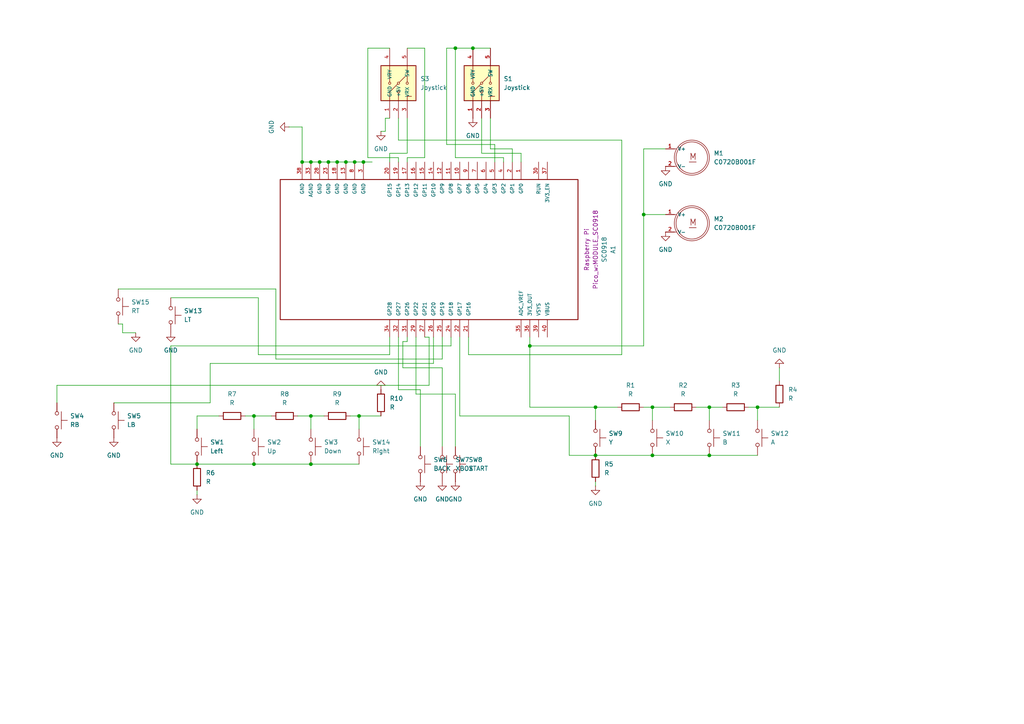
<source format=kicad_sch>
(kicad_sch
	(version 20231120)
	(generator "eeschema")
	(generator_version "8.0")
	(uuid "da7eae9c-1cd6-4419-a2eb-22a08e9426be")
	(paper "A4")
	(lib_symbols
		(symbol "C0720B001F:C0720B001F"
			(pin_names
				(offset 1.016)
			)
			(exclude_from_sim no)
			(in_bom yes)
			(on_board yes)
			(property "Reference" "M"
				(at -6.3725 6.5 0)
				(effects
					(font
						(size 1.27 1.27)
					)
					(justify left bottom)
				)
			)
			(property "Value" "C0720B001F"
				(at -5.5952 -9.0285 0)
				(effects
					(font
						(size 1.27 1.27)
					)
					(justify left bottom)
				)
			)
			(property "Footprint" "C0720B001F:XDCR_C0720B001F"
				(at 0 0 0)
				(effects
					(font
						(size 1.27 1.27)
					)
					(justify bottom)
					(hide yes)
				)
			)
			(property "Datasheet" ""
				(at 0 0 0)
				(effects
					(font
						(size 1.27 1.27)
					)
					(hide yes)
				)
			)
			(property "Description" ""
				(at 0 0 0)
				(effects
					(font
						(size 1.27 1.27)
					)
					(hide yes)
				)
			)
			(property "MF" "Jinlong Machinery"
				(at 0 0 0)
				(effects
					(font
						(size 1.27 1.27)
					)
					(justify bottom)
					(hide yes)
				)
			)
			(property "Description_1" "\n- DC Motor Vibration, ERM 10000 RPM - - 3VDC\n"
				(at 0 0 0)
				(effects
					(font
						(size 1.27 1.27)
					)
					(justify bottom)
					(hide yes)
				)
			)
			(property "Package" "None"
				(at 0 0 0)
				(effects
					(font
						(size 1.27 1.27)
					)
					(justify bottom)
					(hide yes)
				)
			)
			(property "Price" "None"
				(at 0 0 0)
				(effects
					(font
						(size 1.27 1.27)
					)
					(justify bottom)
					(hide yes)
				)
			)
			(property "SnapEDA_Link" "https://www.snapeda.com/parts/C0720B001F/Jinlong+Machinery+%2526+Electronics%252C+Inc./view-part/?ref=snap"
				(at 0 0 0)
				(effects
					(font
						(size 1.27 1.27)
					)
					(justify bottom)
					(hide yes)
				)
			)
			(property "MP" "C0720B001F"
				(at 0 0 0)
				(effects
					(font
						(size 1.27 1.27)
					)
					(justify bottom)
					(hide yes)
				)
			)
			(property "Availability" "Not in stock"
				(at 0 0 0)
				(effects
					(font
						(size 1.27 1.27)
					)
					(justify bottom)
					(hide yes)
				)
			)
			(property "Check_prices" "https://www.snapeda.com/parts/C0720B001F/Jinlong+Machinery+%2526+Electronics%252C+Inc./view-part/?ref=eda"
				(at 0 0 0)
				(effects
					(font
						(size 1.27 1.27)
					)
					(justify bottom)
					(hide yes)
				)
			)
			(symbol "C0720B001F_0_0"
				(polyline
					(pts
						(xy -5.08 2.54) (xy -4.572 2.54)
					)
					(stroke
						(width 0.1524)
						(type default)
					)
					(fill
						(type none)
					)
				)
				(polyline
					(pts
						(xy -4.572 -2.54) (xy -5.08 -2.54)
					)
					(stroke
						(width 0.1524)
						(type default)
					)
					(fill
						(type none)
					)
				)
				(polyline
					(pts
						(xy -0.762 -1.27) (xy 1.27 -1.27)
					)
					(stroke
						(width 0.1524)
						(type default)
					)
					(fill
						(type none)
					)
				)
				(circle
					(center 0 0)
					(radius 4.572)
					(stroke
						(width 0.1524)
						(type default)
					)
					(fill
						(type none)
					)
				)
				(circle
					(center 0 0)
					(radius 5.08)
					(stroke
						(width 0.1524)
						(type default)
					)
					(fill
						(type none)
					)
				)
				(text "M"
					(at -0.7635 -0.7635 0)
					(effects
						(font
							(size 1.7815 1.7815)
						)
						(justify left bottom)
					)
				)
				(pin power_in line
					(at -7.62 2.54 0)
					(length 2.54)
					(name "V+"
						(effects
							(font
								(size 1.016 1.016)
							)
						)
					)
					(number "1"
						(effects
							(font
								(size 1.016 1.016)
							)
						)
					)
				)
				(pin power_in line
					(at -7.62 -2.54 0)
					(length 2.54)
					(name "V-"
						(effects
							(font
								(size 1.016 1.016)
							)
						)
					)
					(number "2"
						(effects
							(font
								(size 1.016 1.016)
							)
						)
					)
				)
			)
		)
		(symbol "Device:R"
			(pin_numbers hide)
			(pin_names
				(offset 0)
			)
			(exclude_from_sim no)
			(in_bom yes)
			(on_board yes)
			(property "Reference" "R"
				(at 2.032 0 90)
				(effects
					(font
						(size 1.27 1.27)
					)
				)
			)
			(property "Value" "R"
				(at 0 0 90)
				(effects
					(font
						(size 1.27 1.27)
					)
				)
			)
			(property "Footprint" ""
				(at -1.778 0 90)
				(effects
					(font
						(size 1.27 1.27)
					)
					(hide yes)
				)
			)
			(property "Datasheet" "~"
				(at 0 0 0)
				(effects
					(font
						(size 1.27 1.27)
					)
					(hide yes)
				)
			)
			(property "Description" "Resistor"
				(at 0 0 0)
				(effects
					(font
						(size 1.27 1.27)
					)
					(hide yes)
				)
			)
			(property "ki_keywords" "R res resistor"
				(at 0 0 0)
				(effects
					(font
						(size 1.27 1.27)
					)
					(hide yes)
				)
			)
			(property "ki_fp_filters" "R_*"
				(at 0 0 0)
				(effects
					(font
						(size 1.27 1.27)
					)
					(hide yes)
				)
			)
			(symbol "R_0_1"
				(rectangle
					(start -1.016 -2.54)
					(end 1.016 2.54)
					(stroke
						(width 0.254)
						(type default)
					)
					(fill
						(type none)
					)
				)
			)
			(symbol "R_1_1"
				(pin passive line
					(at 0 3.81 270)
					(length 1.27)
					(name "~"
						(effects
							(font
								(size 1.27 1.27)
							)
						)
					)
					(number "1"
						(effects
							(font
								(size 1.27 1.27)
							)
						)
					)
				)
				(pin passive line
					(at 0 -3.81 90)
					(length 1.27)
					(name "~"
						(effects
							(font
								(size 1.27 1.27)
							)
						)
					)
					(number "2"
						(effects
							(font
								(size 1.27 1.27)
							)
						)
					)
				)
			)
		)
		(symbol "JS5208:JS5208"
			(pin_names
				(offset 1.016)
			)
			(exclude_from_sim no)
			(in_bom yes)
			(on_board yes)
			(property "Reference" "S"
				(at -5.08 6.35 0)
				(effects
					(font
						(size 1.27 1.27)
					)
					(justify left bottom)
				)
			)
			(property "Value" "Joystick"
				(at -5.08 -7.62 0)
				(effects
					(font
						(size 1.27 1.27)
					)
					(justify left bottom)
				)
			)
			(property "Footprint" "JS5208:SW_JS5208"
				(at 2.54 7.62 0)
				(effects
					(font
						(size 1.27 1.27)
					)
					(justify bottom)
					(hide yes)
				)
			)
			(property "Datasheet" ""
				(at 0 0 0)
				(effects
					(font
						(size 1.27 1.27)
					)
					(hide yes)
				)
			)
			(property "Description" ""
				(at 0 0 0)
				(effects
					(font
						(size 1.27 1.27)
					)
					(hide yes)
				)
			)
			(property "DigiKey_Part_Number" "EG4561-ND"
				(at 3.81 10.668 0)
				(effects
					(font
						(size 1.27 1.27)
					)
					(justify bottom)
					(hide yes)
				)
			)
			(property "SnapEDA_Link" "https://www.snapeda.com/parts/JS5208/E-Switch/view-part/?ref=snap"
				(at 2.54 7.62 0)
				(effects
					(font
						(size 1.27 1.27)
					)
					(justify bottom)
					(hide yes)
				)
			)
			(property "MAXIMUM_PACKAGE_HEIGHT" "12.6 mm"
				(at 0 0 0)
				(effects
					(font
						(size 1.27 1.27)
					)
					(justify bottom)
					(hide yes)
				)
			)
			(property "Package" "None"
				(at 0 0 0)
				(effects
					(font
						(size 1.27 1.27)
					)
					(justify bottom)
					(hide yes)
				)
			)
			(property "Check_prices" "https://www.snapeda.com/parts/JS5208/E-Switch/view-part/?ref=eda"
				(at 2.54 7.62 0)
				(effects
					(font
						(size 1.27 1.27)
					)
					(justify bottom)
					(hide yes)
				)
			)
			(property "STANDARD" "Manufacturer Recommendations"
				(at 2.54 7.62 0)
				(effects
					(font
						(size 1.27 1.27)
					)
					(justify bottom)
					(hide yes)
				)
			)
			(property "PARTREV" "D"
				(at 0 0 0)
				(effects
					(font
						(size 1.27 1.27)
					)
					(justify bottom)
					(hide yes)
				)
			)
			(property "MF" "E-Switch"
				(at 0 0 0)
				(effects
					(font
						(size 1.27 1.27)
					)
					(justify bottom)
					(hide yes)
				)
			)
			(property "MP" "JS5208"
				(at 15.24 4.826 0)
				(effects
					(font
						(size 1.27 1.27)
					)
					(justify bottom)
					(hide yes)
				)
			)
			(property "Description_1" "\nNavigation Switch, JS1400 Series, 4-Way Directional, Plunger, 20mA DC, 12VDC | E-Switch JS5208\n"
				(at 2.54 7.62 0)
				(effects
					(font
						(size 1.27 1.27)
					)
					(justify bottom)
					(hide yes)
				)
			)
			(property "MANUFACTURER" "E-Switch"
				(at 0 0 0)
				(effects
					(font
						(size 1.27 1.27)
					)
					(justify bottom)
					(hide yes)
				)
			)
			(symbol "JS5208_0_0"
				(rectangle
					(start -5.08 5.08)
					(end 5.08 -5.08)
					(stroke
						(width 0.254)
						(type default)
					)
					(fill
						(type background)
					)
				)
				(circle
					(center -2.54 0)
					(radius 0.3302)
					(stroke
						(width 0.1524)
						(type default)
					)
					(fill
						(type none)
					)
				)
				(circle
					(center 0 -2.54)
					(radius 0.3302)
					(stroke
						(width 0.1524)
						(type default)
					)
					(fill
						(type none)
					)
				)
				(polyline
					(pts
						(xy -5.08 -2.54) (xy -3.81 -2.54)
					)
					(stroke
						(width 0.1524)
						(type default)
					)
					(fill
						(type none)
					)
				)
				(polyline
					(pts
						(xy -5.08 0) (xy -2.921 0)
					)
					(stroke
						(width 0.1524)
						(type default)
					)
					(fill
						(type none)
					)
				)
				(polyline
					(pts
						(xy -5.08 2.54) (xy -2.54 2.54)
					)
					(stroke
						(width 0.1524)
						(type default)
					)
					(fill
						(type none)
					)
				)
				(polyline
					(pts
						(xy -3.81 -2.54) (xy -3.81 -3.81)
					)
					(stroke
						(width 0.1524)
						(type default)
					)
					(fill
						(type none)
					)
				)
				(polyline
					(pts
						(xy -2.54 2.54) (xy -0.254 0.254)
					)
					(stroke
						(width 0.1524)
						(type default)
					)
					(fill
						(type none)
					)
				)
				(polyline
					(pts
						(xy 0.254 -0.254) (xy 1.905 -1.905)
					)
					(stroke
						(width 0.1524)
						(type default)
					)
					(fill
						(type none)
					)
				)
				(polyline
					(pts
						(xy 0.381 -2.54) (xy 5.08 -2.54)
					)
					(stroke
						(width 0.1524)
						(type default)
					)
					(fill
						(type none)
					)
				)
				(polyline
					(pts
						(xy 0.381 2.54) (xy 5.08 2.54)
					)
					(stroke
						(width 0.1524)
						(type default)
					)
					(fill
						(type none)
					)
				)
				(circle
					(center 0 0)
					(radius 0.3302)
					(stroke
						(width 0.1524)
						(type default)
					)
					(fill
						(type none)
					)
				)
				(circle
					(center 0 2.54)
					(radius 0.3302)
					(stroke
						(width 0.1524)
						(type default)
					)
					(fill
						(type none)
					)
				)
			)
			(symbol "JS5208_1_0"
				(pin passive line
					(at -10.16 2.54 0)
					(length 5.08)
					(name "GND"
						(effects
							(font
								(size 1.016 1.016)
							)
						)
					)
					(number "1"
						(effects
							(font
								(size 1.016 1.016)
							)
						)
					)
				)
				(pin passive line
					(at -10.16 0 0)
					(length 5.08)
					(name "+5V"
						(effects
							(font
								(size 1.016 1.016)
							)
						)
					)
					(number "2"
						(effects
							(font
								(size 1.016 1.016)
							)
						)
					)
				)
				(pin passive line
					(at -10.16 -2.54 0)
					(length 5.08)
					(name "VRX"
						(effects
							(font
								(size 1.016 1.016)
							)
						)
					)
					(number "3"
						(effects
							(font
								(size 1.016 1.016)
							)
						)
					)
				)
				(pin passive line
					(at 10.16 2.54 180)
					(length 5.08)
					(name "VRY"
						(effects
							(font
								(size 1.016 1.016)
							)
						)
					)
					(number "4"
						(effects
							(font
								(size 1.016 1.016)
							)
						)
					)
				)
				(pin passive line
					(at 10.16 -2.54 180)
					(length 5.08)
					(name "SW"
						(effects
							(font
								(size 1.016 1.016)
							)
						)
					)
					(number "5"
						(effects
							(font
								(size 1.016 1.016)
							)
						)
					)
				)
			)
		)
		(symbol "JS5208_1"
			(pin_names
				(offset 1.016)
			)
			(exclude_from_sim no)
			(in_bom yes)
			(on_board yes)
			(property "Reference" "S"
				(at -5.08 6.35 0)
				(effects
					(font
						(size 1.27 1.27)
					)
					(justify left bottom)
				)
			)
			(property "Value" "Joystick"
				(at -5.08 -7.62 0)
				(effects
					(font
						(size 1.27 1.27)
					)
					(justify left bottom)
				)
			)
			(property "Footprint" "JS5208:SW_JS5208"
				(at 2.54 7.62 0)
				(effects
					(font
						(size 1.27 1.27)
					)
					(justify bottom)
					(hide yes)
				)
			)
			(property "Datasheet" ""
				(at 0 0 0)
				(effects
					(font
						(size 1.27 1.27)
					)
					(hide yes)
				)
			)
			(property "Description" ""
				(at 0 0 0)
				(effects
					(font
						(size 1.27 1.27)
					)
					(hide yes)
				)
			)
			(property "DigiKey_Part_Number" "EG4561-ND"
				(at 3.81 10.668 0)
				(effects
					(font
						(size 1.27 1.27)
					)
					(justify bottom)
					(hide yes)
				)
			)
			(property "SnapEDA_Link" "https://www.snapeda.com/parts/JS5208/E-Switch/view-part/?ref=snap"
				(at 2.54 7.62 0)
				(effects
					(font
						(size 1.27 1.27)
					)
					(justify bottom)
					(hide yes)
				)
			)
			(property "MAXIMUM_PACKAGE_HEIGHT" "12.6 mm"
				(at 0 0 0)
				(effects
					(font
						(size 1.27 1.27)
					)
					(justify bottom)
					(hide yes)
				)
			)
			(property "Package" "None"
				(at 0 0 0)
				(effects
					(font
						(size 1.27 1.27)
					)
					(justify bottom)
					(hide yes)
				)
			)
			(property "Check_prices" "https://www.snapeda.com/parts/JS5208/E-Switch/view-part/?ref=eda"
				(at 2.54 7.62 0)
				(effects
					(font
						(size 1.27 1.27)
					)
					(justify bottom)
					(hide yes)
				)
			)
			(property "STANDARD" "Manufacturer Recommendations"
				(at 2.54 7.62 0)
				(effects
					(font
						(size 1.27 1.27)
					)
					(justify bottom)
					(hide yes)
				)
			)
			(property "PARTREV" "D"
				(at 0 0 0)
				(effects
					(font
						(size 1.27 1.27)
					)
					(justify bottom)
					(hide yes)
				)
			)
			(property "MF" "E-Switch"
				(at 0 0 0)
				(effects
					(font
						(size 1.27 1.27)
					)
					(justify bottom)
					(hide yes)
				)
			)
			(property "MP" "JS5208"
				(at 15.24 4.826 0)
				(effects
					(font
						(size 1.27 1.27)
					)
					(justify bottom)
					(hide yes)
				)
			)
			(property "Description_1" "\nNavigation Switch, JS1400 Series, 4-Way Directional, Plunger, 20mA DC, 12VDC | E-Switch JS5208\n"
				(at 2.54 7.62 0)
				(effects
					(font
						(size 1.27 1.27)
					)
					(justify bottom)
					(hide yes)
				)
			)
			(property "MANUFACTURER" "E-Switch"
				(at 0 0 0)
				(effects
					(font
						(size 1.27 1.27)
					)
					(justify bottom)
					(hide yes)
				)
			)
			(symbol "JS5208_1_0_0"
				(rectangle
					(start -5.08 5.08)
					(end 5.08 -5.08)
					(stroke
						(width 0.254)
						(type default)
					)
					(fill
						(type background)
					)
				)
				(circle
					(center -2.54 0)
					(radius 0.3302)
					(stroke
						(width 0.1524)
						(type default)
					)
					(fill
						(type none)
					)
				)
				(circle
					(center 0 -2.54)
					(radius 0.3302)
					(stroke
						(width 0.1524)
						(type default)
					)
					(fill
						(type none)
					)
				)
				(polyline
					(pts
						(xy -5.08 -2.54) (xy -3.81 -2.54)
					)
					(stroke
						(width 0.1524)
						(type default)
					)
					(fill
						(type none)
					)
				)
				(polyline
					(pts
						(xy -5.08 0) (xy -2.921 0)
					)
					(stroke
						(width 0.1524)
						(type default)
					)
					(fill
						(type none)
					)
				)
				(polyline
					(pts
						(xy -5.08 2.54) (xy -2.54 2.54)
					)
					(stroke
						(width 0.1524)
						(type default)
					)
					(fill
						(type none)
					)
				)
				(polyline
					(pts
						(xy -3.81 -2.54) (xy -3.81 -3.81)
					)
					(stroke
						(width 0.1524)
						(type default)
					)
					(fill
						(type none)
					)
				)
				(polyline
					(pts
						(xy -2.54 2.54) (xy -0.254 0.254)
					)
					(stroke
						(width 0.1524)
						(type default)
					)
					(fill
						(type none)
					)
				)
				(polyline
					(pts
						(xy 0.254 -0.254) (xy 1.905 -1.905)
					)
					(stroke
						(width 0.1524)
						(type default)
					)
					(fill
						(type none)
					)
				)
				(polyline
					(pts
						(xy 0.381 -2.54) (xy 5.08 -2.54)
					)
					(stroke
						(width 0.1524)
						(type default)
					)
					(fill
						(type none)
					)
				)
				(polyline
					(pts
						(xy 0.381 2.54) (xy 5.08 2.54)
					)
					(stroke
						(width 0.1524)
						(type default)
					)
					(fill
						(type none)
					)
				)
				(circle
					(center 0 0)
					(radius 0.3302)
					(stroke
						(width 0.1524)
						(type default)
					)
					(fill
						(type none)
					)
				)
				(circle
					(center 0 2.54)
					(radius 0.3302)
					(stroke
						(width 0.1524)
						(type default)
					)
					(fill
						(type none)
					)
				)
			)
			(symbol "JS5208_1_1_0"
				(pin passive line
					(at -10.16 2.54 0)
					(length 5.08)
					(name "GND"
						(effects
							(font
								(size 1.016 1.016)
							)
						)
					)
					(number "1"
						(effects
							(font
								(size 1.016 1.016)
							)
						)
					)
				)
				(pin passive line
					(at -10.16 0 0)
					(length 5.08)
					(name "+5V"
						(effects
							(font
								(size 1.016 1.016)
							)
						)
					)
					(number "2"
						(effects
							(font
								(size 1.016 1.016)
							)
						)
					)
				)
				(pin passive line
					(at -10.16 -2.54 0)
					(length 5.08)
					(name "VRX"
						(effects
							(font
								(size 1.016 1.016)
							)
						)
					)
					(number "3"
						(effects
							(font
								(size 1.016 1.016)
							)
						)
					)
				)
				(pin passive line
					(at 10.16 2.54 180)
					(length 5.08)
					(name "VRY"
						(effects
							(font
								(size 1.016 1.016)
							)
						)
					)
					(number "4"
						(effects
							(font
								(size 1.016 1.016)
							)
						)
					)
				)
				(pin passive line
					(at 10.16 -2.54 180)
					(length 5.08)
					(name "SW"
						(effects
							(font
								(size 1.016 1.016)
							)
						)
					)
					(number "5"
						(effects
							(font
								(size 1.016 1.016)
							)
						)
					)
				)
			)
		)
		(symbol "Pico_w:SC0918"
			(pin_names
				(offset 1.016)
			)
			(exclude_from_sim no)
			(in_bom yes)
			(on_board yes)
			(property "Reference" "A1"
				(at 0 58.42 0)
				(effects
					(font
						(size 1.27 1.27)
					)
				)
			)
			(property "Value" "SC0918"
				(at 0 55.88 0)
				(effects
					(font
						(size 1.27 1.27)
					)
				)
			)
			(property "Footprint" "Pico_w:MODULE_SC0918"
				(at -12.7 -46.99 0)
				(effects
					(font
						(size 1.27 1.27)
					)
					(justify bottom)
				)
			)
			(property "Datasheet" "https://datasheets.raspberrypi.com/picow/pico-w-datasheet.pdf"
				(at -26.67 -49.53 0)
				(effects
					(font
						(size 1.27 1.27)
					)
					(justify left bottom)
					(hide yes)
				)
			)
			(property "Description" ""
				(at 0 0 0)
				(effects
					(font
						(size 1.27 1.27)
					)
					(hide yes)
				)
			)
			(property "manufacturer" "Raspberry Pi"
				(at 0 53.34 0)
				(effects
					(font
						(size 1.27 1.27)
					)
				)
			)
			(property "P/N" "SC0918"
				(at 0 50.8 0)
				(effects
					(font
						(size 1.27 1.27)
					)
					(hide yes)
				)
			)
			(property "PARTREV" "1.6"
				(at 0 48.26 0)
				(effects
					(font
						(size 1.27 1.27)
					)
					(hide yes)
				)
			)
			(property "MAXIMUM_PACKAGE_HEIGHT" "3.73mm"
				(at 0 45.72 0)
				(effects
					(font
						(size 1.27 1.27)
					)
					(hide yes)
				)
			)
			(symbol "SC0918_0_0"
				(rectangle
					(start -20.32 -43.18)
					(end 20.32 43.18)
					(stroke
						(width 0.254)
						(type default)
					)
					(fill
						(type none)
					)
				)
				(pin bidirectional line
					(at -25.4 26.67 0)
					(length 5.08)
					(name "GP0"
						(effects
							(font
								(size 1.016 1.016)
							)
						)
					)
					(number "1"
						(effects
							(font
								(size 1.016 1.016)
							)
						)
					)
				)
				(pin bidirectional line
					(at -25.4 8.89 0)
					(length 5.08)
					(name "GP7"
						(effects
							(font
								(size 1.016 1.016)
							)
						)
					)
					(number "10"
						(effects
							(font
								(size 1.016 1.016)
							)
						)
					)
				)
				(pin bidirectional line
					(at -25.4 6.35 0)
					(length 5.08)
					(name "GP8"
						(effects
							(font
								(size 1.016 1.016)
							)
						)
					)
					(number "11"
						(effects
							(font
								(size 1.016 1.016)
							)
						)
					)
				)
				(pin bidirectional line
					(at -25.4 3.81 0)
					(length 5.08)
					(name "GP9"
						(effects
							(font
								(size 1.016 1.016)
							)
						)
					)
					(number "12"
						(effects
							(font
								(size 1.016 1.016)
							)
						)
					)
				)
				(pin power_in line
					(at -25.4 -24.13 0)
					(length 5.08)
					(name "GND"
						(effects
							(font
								(size 1.016 1.016)
							)
						)
					)
					(number "13"
						(effects
							(font
								(size 1.016 1.016)
							)
						)
					)
				)
				(pin bidirectional line
					(at -25.4 1.27 0)
					(length 5.08)
					(name "GP10"
						(effects
							(font
								(size 1.016 1.016)
							)
						)
					)
					(number "14"
						(effects
							(font
								(size 1.016 1.016)
							)
						)
					)
				)
				(pin bidirectional line
					(at -25.4 -1.27 0)
					(length 5.08)
					(name "GP11"
						(effects
							(font
								(size 1.016 1.016)
							)
						)
					)
					(number "15"
						(effects
							(font
								(size 1.016 1.016)
							)
						)
					)
				)
				(pin bidirectional line
					(at -25.4 -3.81 0)
					(length 5.08)
					(name "GP12"
						(effects
							(font
								(size 1.016 1.016)
							)
						)
					)
					(number "16"
						(effects
							(font
								(size 1.016 1.016)
							)
						)
					)
				)
				(pin bidirectional line
					(at -25.4 -6.35 0)
					(length 5.08)
					(name "GP13"
						(effects
							(font
								(size 1.016 1.016)
							)
						)
					)
					(number "17"
						(effects
							(font
								(size 1.016 1.016)
							)
						)
					)
				)
				(pin power_in line
					(at -25.4 -26.67 0)
					(length 5.08)
					(name "GND"
						(effects
							(font
								(size 1.016 1.016)
							)
						)
					)
					(number "18"
						(effects
							(font
								(size 1.016 1.016)
							)
						)
					)
				)
				(pin bidirectional line
					(at -25.4 -8.89 0)
					(length 5.08)
					(name "GP14"
						(effects
							(font
								(size 1.016 1.016)
							)
						)
					)
					(number "19"
						(effects
							(font
								(size 1.016 1.016)
							)
						)
					)
				)
				(pin bidirectional line
					(at -25.4 24.13 0)
					(length 5.08)
					(name "GP1"
						(effects
							(font
								(size 1.016 1.016)
							)
						)
					)
					(number "2"
						(effects
							(font
								(size 1.016 1.016)
							)
						)
					)
				)
				(pin bidirectional line
					(at -25.4 -11.43 0)
					(length 5.08)
					(name "GP15"
						(effects
							(font
								(size 1.016 1.016)
							)
						)
					)
					(number "20"
						(effects
							(font
								(size 1.016 1.016)
							)
						)
					)
				)
				(pin bidirectional line
					(at 25.4 11.43 180)
					(length 5.08)
					(name "GP16"
						(effects
							(font
								(size 1.016 1.016)
							)
						)
					)
					(number "21"
						(effects
							(font
								(size 1.016 1.016)
							)
						)
					)
				)
				(pin bidirectional line
					(at 25.4 8.89 180)
					(length 5.08)
					(name "GP17"
						(effects
							(font
								(size 1.016 1.016)
							)
						)
					)
					(number "22"
						(effects
							(font
								(size 1.016 1.016)
							)
						)
					)
				)
				(pin power_in line
					(at -25.4 -29.21 0)
					(length 5.08)
					(name "GND"
						(effects
							(font
								(size 1.016 1.016)
							)
						)
					)
					(number "23"
						(effects
							(font
								(size 1.016 1.016)
							)
						)
					)
				)
				(pin bidirectional line
					(at 25.4 6.35 180)
					(length 5.08)
					(name "GP18"
						(effects
							(font
								(size 1.016 1.016)
							)
						)
					)
					(number "24"
						(effects
							(font
								(size 1.016 1.016)
							)
						)
					)
				)
				(pin bidirectional line
					(at 25.4 3.81 180)
					(length 5.08)
					(name "GP19"
						(effects
							(font
								(size 1.016 1.016)
							)
						)
					)
					(number "25"
						(effects
							(font
								(size 1.016 1.016)
							)
						)
					)
				)
				(pin bidirectional line
					(at 25.4 1.27 180)
					(length 5.08)
					(name "GP20"
						(effects
							(font
								(size 1.016 1.016)
							)
						)
					)
					(number "26"
						(effects
							(font
								(size 1.016 1.016)
							)
						)
					)
				)
				(pin bidirectional line
					(at 25.4 -1.27 180)
					(length 5.08)
					(name "GP21"
						(effects
							(font
								(size 1.016 1.016)
							)
						)
					)
					(number "27"
						(effects
							(font
								(size 1.016 1.016)
							)
						)
					)
				)
				(pin power_in line
					(at -25.4 -31.75 0)
					(length 5.08)
					(name "GND"
						(effects
							(font
								(size 1.016 1.016)
							)
						)
					)
					(number "28"
						(effects
							(font
								(size 1.016 1.016)
							)
						)
					)
				)
				(pin bidirectional line
					(at 25.4 -3.81 180)
					(length 5.08)
					(name "GP22"
						(effects
							(font
								(size 1.016 1.016)
							)
						)
					)
					(number "29"
						(effects
							(font
								(size 1.016 1.016)
							)
						)
					)
				)
				(pin power_in line
					(at -25.4 -19.05 0)
					(length 5.08)
					(name "GND"
						(effects
							(font
								(size 1.016 1.016)
							)
						)
					)
					(number "3"
						(effects
							(font
								(size 1.016 1.016)
							)
						)
					)
				)
				(pin input line
					(at -25.4 31.75 0)
					(length 5.08)
					(name "RUN"
						(effects
							(font
								(size 1.016 1.016)
							)
						)
					)
					(number "30"
						(effects
							(font
								(size 1.016 1.016)
							)
						)
					)
				)
				(pin bidirectional line
					(at 25.4 -6.35 180)
					(length 5.08)
					(name "GP26"
						(effects
							(font
								(size 1.016 1.016)
							)
						)
					)
					(number "31"
						(effects
							(font
								(size 1.016 1.016)
							)
						)
					)
				)
				(pin bidirectional line
					(at 25.4 -8.89 180)
					(length 5.08)
					(name "GP27"
						(effects
							(font
								(size 1.016 1.016)
							)
						)
					)
					(number "32"
						(effects
							(font
								(size 1.016 1.016)
							)
						)
					)
				)
				(pin power_in line
					(at -25.4 -34.29 0)
					(length 5.08)
					(name "AGND"
						(effects
							(font
								(size 1.016 1.016)
							)
						)
					)
					(number "33"
						(effects
							(font
								(size 1.016 1.016)
							)
						)
					)
				)
				(pin bidirectional line
					(at 25.4 -11.43 180)
					(length 5.08)
					(name "GP28"
						(effects
							(font
								(size 1.016 1.016)
							)
						)
					)
					(number "34"
						(effects
							(font
								(size 1.016 1.016)
							)
						)
					)
				)
				(pin power_in line
					(at 25.4 26.67 180)
					(length 5.08)
					(name "ADC_VREF"
						(effects
							(font
								(size 1.016 1.016)
							)
						)
					)
					(number "35"
						(effects
							(font
								(size 1.016 1.016)
							)
						)
					)
				)
				(pin power_in line
					(at 25.4 29.21 180)
					(length 5.08)
					(name "3V3_OUT"
						(effects
							(font
								(size 1.016 1.016)
							)
						)
					)
					(number "36"
						(effects
							(font
								(size 1.016 1.016)
							)
						)
					)
				)
				(pin input line
					(at -25.4 34.29 0)
					(length 5.08)
					(name "3V3_EN"
						(effects
							(font
								(size 1.016 1.016)
							)
						)
					)
					(number "37"
						(effects
							(font
								(size 1.016 1.016)
							)
						)
					)
				)
				(pin power_in line
					(at -25.4 -36.83 0)
					(length 5.08)
					(name "GND"
						(effects
							(font
								(size 1.016 1.016)
							)
						)
					)
					(number "38"
						(effects
							(font
								(size 1.016 1.016)
							)
						)
					)
				)
				(pin free line
					(at 25.4 31.75 180)
					(length 5.08)
					(name "VSYS"
						(effects
							(font
								(size 1.016 1.016)
							)
						)
					)
					(number "39"
						(effects
							(font
								(size 1.016 1.016)
							)
						)
					)
				)
				(pin bidirectional line
					(at -25.4 21.59 0)
					(length 5.08)
					(name "GP2"
						(effects
							(font
								(size 1.016 1.016)
							)
						)
					)
					(number "4"
						(effects
							(font
								(size 1.016 1.016)
							)
						)
					)
				)
				(pin free line
					(at 25.4 34.29 180)
					(length 5.08)
					(name "VBUS"
						(effects
							(font
								(size 1.016 1.016)
							)
						)
					)
					(number "40"
						(effects
							(font
								(size 1.016 1.016)
							)
						)
					)
				)
				(pin bidirectional line
					(at -25.4 19.05 0)
					(length 5.08)
					(name "GP3"
						(effects
							(font
								(size 1.016 1.016)
							)
						)
					)
					(number "5"
						(effects
							(font
								(size 1.016 1.016)
							)
						)
					)
				)
				(pin bidirectional line
					(at -25.4 16.51 0)
					(length 5.08)
					(name "GP4"
						(effects
							(font
								(size 1.016 1.016)
							)
						)
					)
					(number "6"
						(effects
							(font
								(size 1.016 1.016)
							)
						)
					)
				)
				(pin bidirectional line
					(at -25.4 13.97 0)
					(length 5.08)
					(name "GP5"
						(effects
							(font
								(size 1.016 1.016)
							)
						)
					)
					(number "7"
						(effects
							(font
								(size 1.016 1.016)
							)
						)
					)
				)
				(pin power_in line
					(at -25.4 -21.59 0)
					(length 5.08)
					(name "GND"
						(effects
							(font
								(size 1.016 1.016)
							)
						)
					)
					(number "8"
						(effects
							(font
								(size 1.016 1.016)
							)
						)
					)
				)
				(pin bidirectional line
					(at -25.4 11.43 0)
					(length 5.08)
					(name "GP6"
						(effects
							(font
								(size 1.016 1.016)
							)
						)
					)
					(number "9"
						(effects
							(font
								(size 1.016 1.016)
							)
						)
					)
				)
			)
		)
		(symbol "Switch:SW_Push"
			(pin_numbers hide)
			(pin_names
				(offset 1.016) hide)
			(exclude_from_sim no)
			(in_bom yes)
			(on_board yes)
			(property "Reference" "SW"
				(at 1.27 2.54 0)
				(effects
					(font
						(size 1.27 1.27)
					)
					(justify left)
				)
			)
			(property "Value" "SW_Push"
				(at 0 -1.524 0)
				(effects
					(font
						(size 1.27 1.27)
					)
				)
			)
			(property "Footprint" ""
				(at 0 5.08 0)
				(effects
					(font
						(size 1.27 1.27)
					)
					(hide yes)
				)
			)
			(property "Datasheet" "~"
				(at 0 5.08 0)
				(effects
					(font
						(size 1.27 1.27)
					)
					(hide yes)
				)
			)
			(property "Description" "Push button switch, generic, two pins"
				(at 0 0 0)
				(effects
					(font
						(size 1.27 1.27)
					)
					(hide yes)
				)
			)
			(property "ki_keywords" "switch normally-open pushbutton push-button"
				(at 0 0 0)
				(effects
					(font
						(size 1.27 1.27)
					)
					(hide yes)
				)
			)
			(symbol "SW_Push_0_1"
				(circle
					(center -2.032 0)
					(radius 0.508)
					(stroke
						(width 0)
						(type default)
					)
					(fill
						(type none)
					)
				)
				(polyline
					(pts
						(xy 0 1.27) (xy 0 3.048)
					)
					(stroke
						(width 0)
						(type default)
					)
					(fill
						(type none)
					)
				)
				(polyline
					(pts
						(xy 2.54 1.27) (xy -2.54 1.27)
					)
					(stroke
						(width 0)
						(type default)
					)
					(fill
						(type none)
					)
				)
				(circle
					(center 2.032 0)
					(radius 0.508)
					(stroke
						(width 0)
						(type default)
					)
					(fill
						(type none)
					)
				)
				(pin passive line
					(at -5.08 0 0)
					(length 2.54)
					(name "1"
						(effects
							(font
								(size 1.27 1.27)
							)
						)
					)
					(number "1"
						(effects
							(font
								(size 1.27 1.27)
							)
						)
					)
				)
				(pin passive line
					(at 5.08 0 180)
					(length 2.54)
					(name "2"
						(effects
							(font
								(size 1.27 1.27)
							)
						)
					)
					(number "2"
						(effects
							(font
								(size 1.27 1.27)
							)
						)
					)
				)
			)
		)
		(symbol "power:GND"
			(power)
			(pin_numbers hide)
			(pin_names
				(offset 0) hide)
			(exclude_from_sim no)
			(in_bom yes)
			(on_board yes)
			(property "Reference" "#PWR"
				(at 0 -6.35 0)
				(effects
					(font
						(size 1.27 1.27)
					)
					(hide yes)
				)
			)
			(property "Value" "GND"
				(at 0 -3.81 0)
				(effects
					(font
						(size 1.27 1.27)
					)
				)
			)
			(property "Footprint" ""
				(at 0 0 0)
				(effects
					(font
						(size 1.27 1.27)
					)
					(hide yes)
				)
			)
			(property "Datasheet" ""
				(at 0 0 0)
				(effects
					(font
						(size 1.27 1.27)
					)
					(hide yes)
				)
			)
			(property "Description" "Power symbol creates a global label with name \"GND\" , ground"
				(at 0 0 0)
				(effects
					(font
						(size 1.27 1.27)
					)
					(hide yes)
				)
			)
			(property "ki_keywords" "global power"
				(at 0 0 0)
				(effects
					(font
						(size 1.27 1.27)
					)
					(hide yes)
				)
			)
			(symbol "GND_0_1"
				(polyline
					(pts
						(xy 0 0) (xy 0 -1.27) (xy 1.27 -1.27) (xy 0 -2.54) (xy -1.27 -1.27) (xy 0 -1.27)
					)
					(stroke
						(width 0)
						(type default)
					)
					(fill
						(type none)
					)
				)
			)
			(symbol "GND_1_1"
				(pin power_in line
					(at 0 0 270)
					(length 0)
					(name "~"
						(effects
							(font
								(size 1.27 1.27)
							)
						)
					)
					(number "1"
						(effects
							(font
								(size 1.27 1.27)
							)
						)
					)
				)
			)
		)
	)
	(junction
		(at 172.72 132.08)
		(diameter 0)
		(color 0 0 0 0)
		(uuid "164383d6-dfd5-4ec5-b4a5-dd88bf1587f3")
	)
	(junction
		(at 172.72 118.11)
		(diameter 0)
		(color 0 0 0 0)
		(uuid "1cb3671b-272d-4711-af17-719ea3691931")
	)
	(junction
		(at 97.79 46.99)
		(diameter 0)
		(color 0 0 0 0)
		(uuid "1d4e3c20-2446-43b1-a68b-1db246fa71bb")
	)
	(junction
		(at 92.71 46.99)
		(diameter 0)
		(color 0 0 0 0)
		(uuid "21b642b2-de4a-4099-aef0-c83e11f22925")
	)
	(junction
		(at 73.66 120.65)
		(diameter 0)
		(color 0 0 0 0)
		(uuid "2960b00d-6d0b-486c-8a98-63de82f6b5d0")
	)
	(junction
		(at 105.41 46.99)
		(diameter 0)
		(color 0 0 0 0)
		(uuid "53ca3676-b33d-465a-9c68-c7445a71bd60")
	)
	(junction
		(at 186.69 62.23)
		(diameter 0)
		(color 0 0 0 0)
		(uuid "55c57629-7f06-4584-9e18-e652816dc80b")
	)
	(junction
		(at 205.74 118.11)
		(diameter 0)
		(color 0 0 0 0)
		(uuid "609825e3-be49-4df5-864e-97d2a5ef5927")
	)
	(junction
		(at 73.66 134.62)
		(diameter 0)
		(color 0 0 0 0)
		(uuid "6fdbab63-4a88-44da-9f81-e74f7ff6aae6")
	)
	(junction
		(at 205.74 132.08)
		(diameter 0)
		(color 0 0 0 0)
		(uuid "7552fd55-0471-4e48-9739-687c4b6173bc")
	)
	(junction
		(at 102.87 46.99)
		(diameter 0)
		(color 0 0 0 0)
		(uuid "7d1dc64c-7bae-4dd1-ae9f-9f30054aaf3d")
	)
	(junction
		(at 87.63 46.99)
		(diameter 0)
		(color 0 0 0 0)
		(uuid "8a23f51f-4622-4daa-b63a-c9df6cc55239")
	)
	(junction
		(at 153.67 100.33)
		(diameter 0)
		(color 0 0 0 0)
		(uuid "94b7bcb3-b7e1-4262-97f0-55781c379b65")
	)
	(junction
		(at 90.17 134.62)
		(diameter 0)
		(color 0 0 0 0)
		(uuid "990ab820-a858-4eea-a217-745678be882d")
	)
	(junction
		(at 90.17 46.99)
		(diameter 0)
		(color 0 0 0 0)
		(uuid "992139b9-0422-4db3-af05-4d01b5b8d796")
	)
	(junction
		(at 132.08 13.97)
		(diameter 0)
		(color 0 0 0 0)
		(uuid "a8ac5833-6893-40fb-bf34-f3d3debce4b8")
	)
	(junction
		(at 137.16 13.97)
		(diameter 0)
		(color 0 0 0 0)
		(uuid "b4ae5309-9c8b-4870-ad24-f0d151c60fd3")
	)
	(junction
		(at 219.71 118.11)
		(diameter 0)
		(color 0 0 0 0)
		(uuid "b4f94f37-ef0a-4dda-b86f-9c32c74e99bd")
	)
	(junction
		(at 57.15 134.62)
		(diameter 0)
		(color 0 0 0 0)
		(uuid "b85fe719-099d-4f09-93d9-e2b727b378a8")
	)
	(junction
		(at 95.25 46.99)
		(diameter 0)
		(color 0 0 0 0)
		(uuid "bdbf82ed-1ee9-4817-be80-dedff75dd1c8")
	)
	(junction
		(at 100.33 46.99)
		(diameter 0)
		(color 0 0 0 0)
		(uuid "c7add0e8-9e79-4d7c-87a4-2548e6b6231f")
	)
	(junction
		(at 104.14 120.65)
		(diameter 0)
		(color 0 0 0 0)
		(uuid "dff648b0-edf9-4497-aef5-54915afbdb5b")
	)
	(junction
		(at 189.23 118.11)
		(diameter 0)
		(color 0 0 0 0)
		(uuid "e99e5ab9-7d58-46ec-a01d-bfda42153991")
	)
	(junction
		(at 189.23 132.08)
		(diameter 0)
		(color 0 0 0 0)
		(uuid "ef98e8ac-fbec-47bc-a182-bf90aee83853")
	)
	(junction
		(at 90.17 120.65)
		(diameter 0)
		(color 0 0 0 0)
		(uuid "fc40ef98-d5ac-4fec-bf8e-b72a6e840017")
	)
	(wire
		(pts
			(xy 153.67 100.33) (xy 153.67 118.11)
		)
		(stroke
			(width 0)
			(type default)
		)
		(uuid "01e21eed-058e-4774-a754-c69631ff94f9")
	)
	(wire
		(pts
			(xy 120.65 114.3) (xy 120.65 97.79)
		)
		(stroke
			(width 0)
			(type default)
		)
		(uuid "036de5d8-986c-466d-bf0d-960ee556acb8")
	)
	(wire
		(pts
			(xy 142.24 43.18) (xy 148.59 43.18)
		)
		(stroke
			(width 0)
			(type default)
		)
		(uuid "03da6d67-05bc-4335-9909-9bd61e368b2d")
	)
	(wire
		(pts
			(xy 100.33 46.99) (xy 97.79 46.99)
		)
		(stroke
			(width 0)
			(type default)
		)
		(uuid "060c00d8-b6a7-47cf-a379-ba6a863a9cca")
	)
	(wire
		(pts
			(xy 80.01 104.14) (xy 128.27 104.14)
		)
		(stroke
			(width 0)
			(type default)
		)
		(uuid "0a853db6-6614-44c2-8b89-565cbb397ad4")
	)
	(wire
		(pts
			(xy 60.96 105.41) (xy 125.73 105.41)
		)
		(stroke
			(width 0)
			(type default)
		)
		(uuid "0e579558-3ce2-4efd-9869-0170f55ca3ba")
	)
	(wire
		(pts
			(xy 219.71 118.11) (xy 219.71 121.92)
		)
		(stroke
			(width 0)
			(type default)
		)
		(uuid "0fa38b22-32e0-486a-8592-2ab0eb6b7fd7")
	)
	(wire
		(pts
			(xy 180.34 102.87) (xy 135.89 102.87)
		)
		(stroke
			(width 0)
			(type default)
		)
		(uuid "17900b55-cd36-4faf-9bd5-6df1aa567aff")
	)
	(wire
		(pts
			(xy 132.08 13.97) (xy 137.16 13.97)
		)
		(stroke
			(width 0)
			(type default)
		)
		(uuid "18a398c8-8d83-422d-a3c2-858ed5250a6e")
	)
	(wire
		(pts
			(xy 60.96 116.84) (xy 60.96 105.41)
		)
		(stroke
			(width 0)
			(type default)
		)
		(uuid "1a121acb-be6d-4e6f-9ea2-4a460f57c8b9")
	)
	(wire
		(pts
			(xy 146.05 45.72) (xy 146.05 46.99)
		)
		(stroke
			(width 0)
			(type default)
		)
		(uuid "1d93ec65-861d-44a5-92ec-8bcf511764cd")
	)
	(wire
		(pts
			(xy 115.57 45.72) (xy 115.57 46.99)
		)
		(stroke
			(width 0)
			(type default)
		)
		(uuid "1e888880-2b77-4437-b69f-abcef80149da")
	)
	(wire
		(pts
			(xy 189.23 118.11) (xy 189.23 121.92)
		)
		(stroke
			(width 0)
			(type default)
		)
		(uuid "1f5cacf3-9e2a-4315-9698-9f5e84804203")
	)
	(wire
		(pts
			(xy 135.89 102.87) (xy 135.89 97.79)
		)
		(stroke
			(width 0)
			(type default)
		)
		(uuid "1fd07fb7-4eb0-4682-978d-08deb8f29e61")
	)
	(wire
		(pts
			(xy 115.57 34.29) (xy 115.57 40.64)
		)
		(stroke
			(width 0)
			(type default)
		)
		(uuid "209ca3fa-ce26-4d76-ad7c-611a8bff7c23")
	)
	(wire
		(pts
			(xy 74.93 86.36) (xy 74.93 102.87)
		)
		(stroke
			(width 0)
			(type default)
		)
		(uuid "247e5dc6-312f-4abf-8f4e-1ff4120f5e1a")
	)
	(wire
		(pts
			(xy 90.17 46.99) (xy 87.63 46.99)
		)
		(stroke
			(width 0)
			(type default)
		)
		(uuid "284e5a39-0c6d-4cba-9010-4d3a125e139f")
	)
	(wire
		(pts
			(xy 201.93 118.11) (xy 205.74 118.11)
		)
		(stroke
			(width 0)
			(type default)
		)
		(uuid "2d8dc6d1-de77-451a-a642-16fb7ea884de")
	)
	(wire
		(pts
			(xy 132.08 45.72) (xy 146.05 45.72)
		)
		(stroke
			(width 0)
			(type default)
		)
		(uuid "2e9b321e-7a19-42f5-8b79-87bb65d52d39")
	)
	(wire
		(pts
			(xy 73.66 120.65) (xy 78.74 120.65)
		)
		(stroke
			(width 0)
			(type default)
		)
		(uuid "303ce9cf-e252-496b-a83c-8b0dab3ce260")
	)
	(wire
		(pts
			(xy 226.06 106.68) (xy 226.06 110.49)
		)
		(stroke
			(width 0)
			(type default)
		)
		(uuid "31987ec3-4e0f-4db8-949a-6273cda3d5c0")
	)
	(wire
		(pts
			(xy 57.15 134.62) (xy 73.66 134.62)
		)
		(stroke
			(width 0)
			(type default)
		)
		(uuid "322c4a65-7fa5-4eab-8066-79d5aa303e1a")
	)
	(wire
		(pts
			(xy 186.69 62.23) (xy 186.69 100.33)
		)
		(stroke
			(width 0)
			(type default)
		)
		(uuid "36042829-318d-43b9-b536-69be2523f162")
	)
	(wire
		(pts
			(xy 106.68 45.72) (xy 115.57 45.72)
		)
		(stroke
			(width 0)
			(type default)
		)
		(uuid "36f91c51-bf2c-46a4-9e48-0a46c1396c32")
	)
	(wire
		(pts
			(xy 106.68 13.97) (xy 106.68 45.72)
		)
		(stroke
			(width 0)
			(type default)
		)
		(uuid "378d0e33-2153-471f-9d1e-e1086fb4855d")
	)
	(wire
		(pts
			(xy 49.53 86.36) (xy 74.93 86.36)
		)
		(stroke
			(width 0)
			(type default)
		)
		(uuid "38b359b3-5049-4063-8dc6-1f729cd458e2")
	)
	(wire
		(pts
			(xy 34.29 93.98) (xy 35.56 93.98)
		)
		(stroke
			(width 0)
			(type default)
		)
		(uuid "38c6f9f6-3bdc-49d9-961d-8afe6c232185")
	)
	(wire
		(pts
			(xy 57.15 142.24) (xy 57.15 143.51)
		)
		(stroke
			(width 0)
			(type default)
		)
		(uuid "3abe0794-160d-4d10-9fbe-5ff6f58b444e")
	)
	(wire
		(pts
			(xy 73.66 120.65) (xy 73.66 124.46)
		)
		(stroke
			(width 0)
			(type default)
		)
		(uuid "3b7e21fc-1764-4f95-a72a-6e25a54654e2")
	)
	(wire
		(pts
			(xy 104.14 120.65) (xy 110.49 120.65)
		)
		(stroke
			(width 0)
			(type default)
		)
		(uuid "3b980181-232c-4f12-9fee-6bf81d0bd4d0")
	)
	(wire
		(pts
			(xy 121.92 129.54) (xy 121.92 113.03)
		)
		(stroke
			(width 0)
			(type default)
		)
		(uuid "40b9b464-7566-4846-9251-0583a4b89444")
	)
	(wire
		(pts
			(xy 128.27 129.54) (xy 128.27 106.68)
		)
		(stroke
			(width 0)
			(type default)
		)
		(uuid "41ba3425-3607-4b15-a132-8f4e7653d994")
	)
	(wire
		(pts
			(xy 86.36 120.65) (xy 90.17 120.65)
		)
		(stroke
			(width 0)
			(type default)
		)
		(uuid "44c3602a-2aa1-4820-8657-fe938d4599a4")
	)
	(wire
		(pts
			(xy 172.72 118.11) (xy 179.07 118.11)
		)
		(stroke
			(width 0)
			(type default)
		)
		(uuid "453a180d-d925-43b2-b260-08aef8cc4448")
	)
	(wire
		(pts
			(xy 104.14 120.65) (xy 104.14 124.46)
		)
		(stroke
			(width 0)
			(type default)
		)
		(uuid "483122f6-e9f2-4482-9242-ef86e9cc996a")
	)
	(wire
		(pts
			(xy 189.23 132.08) (xy 205.74 132.08)
		)
		(stroke
			(width 0)
			(type default)
		)
		(uuid "4905b19f-30bb-43dc-931b-73b2b9e15e1f")
	)
	(wire
		(pts
			(xy 113.03 44.45) (xy 113.03 46.99)
		)
		(stroke
			(width 0)
			(type default)
		)
		(uuid "4be7e3b1-6bfc-4f08-92e2-369ffc766cb2")
	)
	(wire
		(pts
			(xy 101.6 120.65) (xy 104.14 120.65)
		)
		(stroke
			(width 0)
			(type default)
		)
		(uuid "4d41592e-26e5-444b-bfa1-6f89e69175a3")
	)
	(wire
		(pts
			(xy 123.19 45.72) (xy 118.11 45.72)
		)
		(stroke
			(width 0)
			(type default)
		)
		(uuid "5555824e-8f4d-456b-8307-92c0db824158")
	)
	(wire
		(pts
			(xy 97.79 46.99) (xy 95.25 46.99)
		)
		(stroke
			(width 0)
			(type default)
		)
		(uuid "56268fba-f083-4a47-ac2b-b04347015bf3")
	)
	(wire
		(pts
			(xy 153.67 97.79) (xy 153.67 100.33)
		)
		(stroke
			(width 0)
			(type default)
		)
		(uuid "572a215d-40a0-499c-a30f-ad8f43324eee")
	)
	(wire
		(pts
			(xy 73.66 134.62) (xy 90.17 134.62)
		)
		(stroke
			(width 0)
			(type default)
		)
		(uuid "575d2fcd-dab4-456a-a712-3a19f47962f4")
	)
	(wire
		(pts
			(xy 80.01 83.82) (xy 80.01 104.14)
		)
		(stroke
			(width 0)
			(type default)
		)
		(uuid "5ad0349b-c2e1-475b-b592-c3be918049e1")
	)
	(wire
		(pts
			(xy 87.63 36.83) (xy 83.82 36.83)
		)
		(stroke
			(width 0)
			(type default)
		)
		(uuid "62d869c6-6680-4014-a124-a8d2ff6efa54")
	)
	(wire
		(pts
			(xy 35.56 93.98) (xy 35.56 96.52)
		)
		(stroke
			(width 0)
			(type default)
		)
		(uuid "648e7cdf-eaeb-4228-9949-5654b13e945a")
	)
	(wire
		(pts
			(xy 124.46 111.76) (xy 124.46 97.79)
		)
		(stroke
			(width 0)
			(type default)
		)
		(uuid "6c588bc8-df62-4959-8585-18461107f03c")
	)
	(wire
		(pts
			(xy 143.51 41.91) (xy 143.51 46.99)
		)
		(stroke
			(width 0)
			(type default)
		)
		(uuid "6cd7ca5e-8ff9-4e11-b07b-45b4fa049163")
	)
	(wire
		(pts
			(xy 57.15 120.65) (xy 63.5 120.65)
		)
		(stroke
			(width 0)
			(type default)
		)
		(uuid "6f92325e-970e-45d5-9f84-8d59ddfac85b")
	)
	(wire
		(pts
			(xy 33.02 116.84) (xy 60.96 116.84)
		)
		(stroke
			(width 0)
			(type default)
		)
		(uuid "705ed326-a46a-4e79-b1c3-a5bdb7aacea5")
	)
	(wire
		(pts
			(xy 90.17 134.62) (xy 104.14 134.62)
		)
		(stroke
			(width 0)
			(type default)
		)
		(uuid "72432654-64d9-4757-a382-168d9a2f02c5")
	)
	(wire
		(pts
			(xy 172.72 132.08) (xy 189.23 132.08)
		)
		(stroke
			(width 0)
			(type default)
		)
		(uuid "762b204a-6074-4066-a35e-859051104401")
	)
	(wire
		(pts
			(xy 124.46 97.79) (xy 123.19 97.79)
		)
		(stroke
			(width 0)
			(type default)
		)
		(uuid "77b6af29-2ba6-40c8-b4f6-213bdb6f938f")
	)
	(wire
		(pts
			(xy 113.03 13.97) (xy 106.68 13.97)
		)
		(stroke
			(width 0)
			(type default)
		)
		(uuid "7b7d38b8-403b-4634-8bbc-52085e3499cc")
	)
	(wire
		(pts
			(xy 95.25 46.99) (xy 92.71 46.99)
		)
		(stroke
			(width 0)
			(type default)
		)
		(uuid "7bdb6b45-fb6f-4a7a-8734-f08b5a598f65")
	)
	(wire
		(pts
			(xy 180.34 40.64) (xy 180.34 102.87)
		)
		(stroke
			(width 0)
			(type default)
		)
		(uuid "7d81b98c-a39c-40d5-9de3-1ee3bcbd6543")
	)
	(wire
		(pts
			(xy 57.15 120.65) (xy 57.15 124.46)
		)
		(stroke
			(width 0)
			(type default)
		)
		(uuid "7f8f16ed-3ca4-48b3-92cd-518cb7f28a56")
	)
	(wire
		(pts
			(xy 92.71 46.99) (xy 90.17 46.99)
		)
		(stroke
			(width 0)
			(type default)
		)
		(uuid "81135def-e516-4907-9e45-22004519a71e")
	)
	(wire
		(pts
			(xy 130.81 100.33) (xy 130.81 97.79)
		)
		(stroke
			(width 0)
			(type default)
		)
		(uuid "84b18ae4-51a1-4c57-a649-54f7a4162844")
	)
	(wire
		(pts
			(xy 34.29 83.82) (xy 80.01 83.82)
		)
		(stroke
			(width 0)
			(type default)
		)
		(uuid "84b24fae-3035-4acf-a371-e7f126555684")
	)
	(wire
		(pts
			(xy 118.11 99.06) (xy 118.11 97.79)
		)
		(stroke
			(width 0)
			(type default)
		)
		(uuid "85b8467e-666e-46cf-8d90-84cda1f8371c")
	)
	(wire
		(pts
			(xy 105.41 46.99) (xy 102.87 46.99)
		)
		(stroke
			(width 0)
			(type default)
		)
		(uuid "868fe1f7-def6-4da8-8dff-50c7c020eb96")
	)
	(wire
		(pts
			(xy 115.57 113.03) (xy 115.57 97.79)
		)
		(stroke
			(width 0)
			(type default)
		)
		(uuid "8c1c60c8-f8e7-4c49-8985-c8d56034f3d6")
	)
	(wire
		(pts
			(xy 153.67 118.11) (xy 172.72 118.11)
		)
		(stroke
			(width 0)
			(type default)
		)
		(uuid "8c5952eb-7ef6-42e6-8773-2e51a0f722fb")
	)
	(wire
		(pts
			(xy 118.11 44.45) (xy 113.03 44.45)
		)
		(stroke
			(width 0)
			(type default)
		)
		(uuid "8d82a5f9-6f44-41d4-bd46-c3b54eeb4b2b")
	)
	(wire
		(pts
			(xy 116.84 106.68) (xy 116.84 99.06)
		)
		(stroke
			(width 0)
			(type default)
		)
		(uuid "8f08b1fd-5fc9-4102-9d9d-059ada29bca3")
	)
	(wire
		(pts
			(xy 118.11 45.72) (xy 118.11 46.99)
		)
		(stroke
			(width 0)
			(type default)
		)
		(uuid "95b6854e-7fba-40ab-8cfe-060ce96aa257")
	)
	(wire
		(pts
			(xy 186.69 43.18) (xy 193.04 43.18)
		)
		(stroke
			(width 0)
			(type default)
		)
		(uuid "972c7808-838c-4a16-8644-4fd0ad6407e9")
	)
	(wire
		(pts
			(xy 137.16 13.97) (xy 142.24 13.97)
		)
		(stroke
			(width 0)
			(type default)
		)
		(uuid "98362a2f-d49d-4f17-a6e2-81e7fa036fe1")
	)
	(wire
		(pts
			(xy 148.59 43.18) (xy 148.59 46.99)
		)
		(stroke
			(width 0)
			(type default)
		)
		(uuid "99efd6ca-fd14-4dfc-a32d-a6c32ffd5d01")
	)
	(wire
		(pts
			(xy 113.03 102.87) (xy 113.03 97.79)
		)
		(stroke
			(width 0)
			(type default)
		)
		(uuid "9a8c4817-bc31-420d-b656-a62d66fac38f")
	)
	(wire
		(pts
			(xy 139.7 44.45) (xy 151.13 44.45)
		)
		(stroke
			(width 0)
			(type default)
		)
		(uuid "9c12dbb9-c340-4bf2-b362-837ea244ec86")
	)
	(wire
		(pts
			(xy 118.11 13.97) (xy 123.19 13.97)
		)
		(stroke
			(width 0)
			(type default)
		)
		(uuid "9ca04929-c1de-4b17-ad30-5d26a4ae2e74")
	)
	(wire
		(pts
			(xy 111.76 38.1) (xy 111.76 34.29)
		)
		(stroke
			(width 0)
			(type default)
		)
		(uuid "9d36dd2f-b688-49a5-b01c-9125420ddc39")
	)
	(wire
		(pts
			(xy 129.54 13.97) (xy 129.54 41.91)
		)
		(stroke
			(width 0)
			(type default)
		)
		(uuid "9db8cb62-a56e-4f2c-bd86-73da83123c43")
	)
	(wire
		(pts
			(xy 49.53 100.33) (xy 130.81 100.33)
		)
		(stroke
			(width 0)
			(type default)
		)
		(uuid "9dd420aa-87d0-4a0e-8cde-f21c922a1a03")
	)
	(wire
		(pts
			(xy 87.63 46.99) (xy 87.63 36.83)
		)
		(stroke
			(width 0)
			(type default)
		)
		(uuid "9e4ed48f-aed7-41fa-9526-135ee069adb8")
	)
	(wire
		(pts
			(xy 132.08 13.97) (xy 132.08 45.72)
		)
		(stroke
			(width 0)
			(type default)
		)
		(uuid "a509f452-2d46-4086-91b6-6ba6d65bc876")
	)
	(wire
		(pts
			(xy 186.69 118.11) (xy 189.23 118.11)
		)
		(stroke
			(width 0)
			(type default)
		)
		(uuid "a746ce4f-befd-4fb2-890b-8cd2f26ee086")
	)
	(wire
		(pts
			(xy 90.17 120.65) (xy 93.98 120.65)
		)
		(stroke
			(width 0)
			(type default)
		)
		(uuid "aa1a6152-d2e7-44bd-ada9-8acafc7468a4")
	)
	(wire
		(pts
			(xy 153.67 100.33) (xy 186.69 100.33)
		)
		(stroke
			(width 0)
			(type default)
		)
		(uuid "ac99ec3a-ab42-49af-a4e3-d9cc9c371b32")
	)
	(wire
		(pts
			(xy 205.74 118.11) (xy 205.74 121.92)
		)
		(stroke
			(width 0)
			(type default)
		)
		(uuid "acb2f3a1-1e8f-4a7e-860a-146e0ed4117d")
	)
	(wire
		(pts
			(xy 125.73 105.41) (xy 125.73 97.79)
		)
		(stroke
			(width 0)
			(type default)
		)
		(uuid "ad4b80b3-f9d4-498d-9531-87e223dc3313")
	)
	(wire
		(pts
			(xy 118.11 34.29) (xy 118.11 44.45)
		)
		(stroke
			(width 0)
			(type default)
		)
		(uuid "ae3355ae-6775-4a89-9dac-c8f925ccc4a6")
	)
	(wire
		(pts
			(xy 74.93 102.87) (xy 113.03 102.87)
		)
		(stroke
			(width 0)
			(type default)
		)
		(uuid "b1af8388-f8f7-4f58-8b1b-3f73e626fc40")
	)
	(wire
		(pts
			(xy 128.27 106.68) (xy 116.84 106.68)
		)
		(stroke
			(width 0)
			(type default)
		)
		(uuid "b33ca045-32dd-4f51-a982-741c16360b8c")
	)
	(wire
		(pts
			(xy 128.27 104.14) (xy 128.27 97.79)
		)
		(stroke
			(width 0)
			(type default)
		)
		(uuid "b7dbe5b5-b18e-4d2f-b6cf-bca2fa989d65")
	)
	(wire
		(pts
			(xy 219.71 118.11) (xy 226.06 118.11)
		)
		(stroke
			(width 0)
			(type default)
		)
		(uuid "bc114266-129d-4a6c-9868-050d2c6d1cac")
	)
	(wire
		(pts
			(xy 90.17 120.65) (xy 90.17 124.46)
		)
		(stroke
			(width 0)
			(type default)
		)
		(uuid "bc24cc59-fe70-4bbf-84b3-073ae83f75c7")
	)
	(wire
		(pts
			(xy 151.13 44.45) (xy 151.13 46.99)
		)
		(stroke
			(width 0)
			(type default)
		)
		(uuid "be1c01e5-8086-4723-b804-752d99810f69")
	)
	(wire
		(pts
			(xy 132.08 114.3) (xy 120.65 114.3)
		)
		(stroke
			(width 0)
			(type default)
		)
		(uuid "be1f65b6-f3d2-4b3d-a340-1658ffff7355")
	)
	(wire
		(pts
			(xy 132.08 129.54) (xy 132.08 114.3)
		)
		(stroke
			(width 0)
			(type default)
		)
		(uuid "c188997b-fc77-45e3-a4d7-96b6af61af83")
	)
	(wire
		(pts
			(xy 116.84 99.06) (xy 118.11 99.06)
		)
		(stroke
			(width 0)
			(type default)
		)
		(uuid "c1bec70c-91a0-442c-a5c1-78dbd9e4c9b8")
	)
	(wire
		(pts
			(xy 189.23 118.11) (xy 194.31 118.11)
		)
		(stroke
			(width 0)
			(type default)
		)
		(uuid "c26262dc-4282-432a-bcb8-e21f5e8ea12c")
	)
	(wire
		(pts
			(xy 165.1 132.08) (xy 165.1 120.65)
		)
		(stroke
			(width 0)
			(type default)
		)
		(uuid "c33c1b25-2788-4e18-9ec7-600166aaae55")
	)
	(wire
		(pts
			(xy 71.12 120.65) (xy 73.66 120.65)
		)
		(stroke
			(width 0)
			(type default)
		)
		(uuid "c3a99412-b865-411d-882e-fb374819f08b")
	)
	(wire
		(pts
			(xy 49.53 134.62) (xy 49.53 100.33)
		)
		(stroke
			(width 0)
			(type default)
		)
		(uuid "c4374c8f-9da8-4d07-8160-44d492c38662")
	)
	(wire
		(pts
			(xy 111.76 38.1) (xy 110.49 38.1)
		)
		(stroke
			(width 0)
			(type default)
		)
		(uuid "c9a77f40-f913-40b3-99ba-09df0a85486e")
	)
	(wire
		(pts
			(xy 142.24 34.29) (xy 142.24 43.18)
		)
		(stroke
			(width 0)
			(type default)
		)
		(uuid "ca419454-5ed2-4b91-88e7-03bb003907c4")
	)
	(wire
		(pts
			(xy 165.1 120.65) (xy 133.35 120.65)
		)
		(stroke
			(width 0)
			(type default)
		)
		(uuid "ca6fa216-3904-4321-b328-55f9b85dc80e")
	)
	(wire
		(pts
			(xy 102.87 46.99) (xy 100.33 46.99)
		)
		(stroke
			(width 0)
			(type default)
		)
		(uuid "cba40067-7b28-443f-b304-f2e42cac41e9")
	)
	(wire
		(pts
			(xy 205.74 118.11) (xy 209.55 118.11)
		)
		(stroke
			(width 0)
			(type default)
		)
		(uuid "ce445910-da53-4cc7-873a-ab1d2acd6983")
	)
	(wire
		(pts
			(xy 123.19 13.97) (xy 123.19 45.72)
		)
		(stroke
			(width 0)
			(type default)
		)
		(uuid "d63d385c-7a9c-4b00-ba4d-15755d897192")
	)
	(wire
		(pts
			(xy 129.54 41.91) (xy 143.51 41.91)
		)
		(stroke
			(width 0)
			(type default)
		)
		(uuid "d89763b9-98a5-401c-b2b6-7fe34419716a")
	)
	(wire
		(pts
			(xy 16.51 116.84) (xy 16.51 111.76)
		)
		(stroke
			(width 0)
			(type default)
		)
		(uuid "dbd0f0ed-7063-4ef8-94fb-0a05c438f93d")
	)
	(wire
		(pts
			(xy 35.56 96.52) (xy 39.37 96.52)
		)
		(stroke
			(width 0)
			(type default)
		)
		(uuid "e14bfcb5-2789-4cfc-b129-448e62e4859d")
	)
	(wire
		(pts
			(xy 172.72 132.08) (xy 165.1 132.08)
		)
		(stroke
			(width 0)
			(type default)
		)
		(uuid "e3fc29d6-0db4-48fd-8665-2d124acd9fc0")
	)
	(wire
		(pts
			(xy 205.74 132.08) (xy 219.71 132.08)
		)
		(stroke
			(width 0)
			(type default)
		)
		(uuid "e4a21a10-4c96-41ef-a176-722a0d46104c")
	)
	(wire
		(pts
			(xy 186.69 43.18) (xy 186.69 62.23)
		)
		(stroke
			(width 0)
			(type default)
		)
		(uuid "e57b3b7f-7d4f-4bfe-b4b9-17cc8ca468eb")
	)
	(wire
		(pts
			(xy 129.54 13.97) (xy 132.08 13.97)
		)
		(stroke
			(width 0)
			(type default)
		)
		(uuid "e5beb3e6-9fc9-4e41-9325-7ff251d76eb5")
	)
	(wire
		(pts
			(xy 16.51 111.76) (xy 124.46 111.76)
		)
		(stroke
			(width 0)
			(type default)
		)
		(uuid "e648c4e8-ed53-4ec5-b437-aa40c5acce0e")
	)
	(wire
		(pts
			(xy 193.04 62.23) (xy 186.69 62.23)
		)
		(stroke
			(width 0)
			(type default)
		)
		(uuid "e7bcfe48-f0a5-49ee-a712-f42f175c9582")
	)
	(wire
		(pts
			(xy 107.95 46.99) (xy 105.41 46.99)
		)
		(stroke
			(width 0)
			(type default)
		)
		(uuid "eb4b3f52-2f15-437b-a04c-f0acdcb66801")
	)
	(wire
		(pts
			(xy 57.15 134.62) (xy 49.53 134.62)
		)
		(stroke
			(width 0)
			(type default)
		)
		(uuid "ee4c6d57-0af4-4290-9c20-1c734b873d39")
	)
	(wire
		(pts
			(xy 115.57 40.64) (xy 180.34 40.64)
		)
		(stroke
			(width 0)
			(type default)
		)
		(uuid "eed295ca-e1e4-46f7-80e6-662108c261b0")
	)
	(wire
		(pts
			(xy 217.17 118.11) (xy 219.71 118.11)
		)
		(stroke
			(width 0)
			(type default)
		)
		(uuid "f2eec0a0-ff76-4510-b477-0d01f1be3f39")
	)
	(wire
		(pts
			(xy 172.72 139.7) (xy 172.72 140.97)
		)
		(stroke
			(width 0)
			(type default)
		)
		(uuid "f43966f3-7fc7-44a2-b98e-3450419c549c")
	)
	(wire
		(pts
			(xy 133.35 97.79) (xy 133.35 120.65)
		)
		(stroke
			(width 0)
			(type default)
		)
		(uuid "f4980969-ced0-430c-8080-41ab448a4264")
	)
	(wire
		(pts
			(xy 121.92 113.03) (xy 115.57 113.03)
		)
		(stroke
			(width 0)
			(type default)
		)
		(uuid "fc4dd6cd-3665-466e-be6b-104e19bfbc40")
	)
	(wire
		(pts
			(xy 172.72 118.11) (xy 172.72 121.92)
		)
		(stroke
			(width 0)
			(type default)
		)
		(uuid "fce755e1-639f-41e9-9658-2d313d9d704e")
	)
	(wire
		(pts
			(xy 113.03 34.29) (xy 111.76 34.29)
		)
		(stroke
			(width 0)
			(type default)
		)
		(uuid "fe5a2e8a-3034-47b3-b7ce-186ebf5dd261")
	)
	(wire
		(pts
			(xy 139.7 34.29) (xy 139.7 44.45)
		)
		(stroke
			(width 0)
			(type default)
		)
		(uuid "fef98b02-2f52-4066-a7af-45071052c93e")
	)
	(symbol
		(lib_id "power:GND")
		(at 57.15 143.51 0)
		(unit 1)
		(exclude_from_sim no)
		(in_bom yes)
		(on_board yes)
		(dnp no)
		(fields_autoplaced yes)
		(uuid "019bc510-dac0-4a73-a5cd-71da54b262c3")
		(property "Reference" "#PWR08"
			(at 57.15 149.86 0)
			(effects
				(font
					(size 1.27 1.27)
				)
				(hide yes)
			)
		)
		(property "Value" "GND"
			(at 57.15 148.59 0)
			(effects
				(font
					(size 1.27 1.27)
				)
			)
		)
		(property "Footprint" ""
			(at 57.15 143.51 0)
			(effects
				(font
					(size 1.27 1.27)
				)
				(hide yes)
			)
		)
		(property "Datasheet" ""
			(at 57.15 143.51 0)
			(effects
				(font
					(size 1.27 1.27)
				)
				(hide yes)
			)
		)
		(property "Description" "Power symbol creates a global label with name \"GND\" , ground"
			(at 57.15 143.51 0)
			(effects
				(font
					(size 1.27 1.27)
				)
				(hide yes)
			)
		)
		(pin "1"
			(uuid "a3b2be99-97c3-4317-99cc-313d8740091c")
		)
		(instances
			(project "lab2"
				(path "/da7eae9c-1cd6-4419-a2eb-22a08e9426be"
					(reference "#PWR08")
					(unit 1)
				)
			)
		)
	)
	(symbol
		(lib_id "Switch:SW_Push")
		(at 73.66 129.54 270)
		(unit 1)
		(exclude_from_sim no)
		(in_bom yes)
		(on_board yes)
		(dnp no)
		(fields_autoplaced yes)
		(uuid "08e676c9-5139-4f03-839d-756850c4b6d0")
		(property "Reference" "SW2"
			(at 77.47 128.2699 90)
			(effects
				(font
					(size 1.27 1.27)
				)
				(justify left)
			)
		)
		(property "Value" "Up"
			(at 77.47 130.8099 90)
			(effects
				(font
					(size 1.27 1.27)
				)
				(justify left)
			)
		)
		(property "Footprint" ""
			(at 78.74 129.54 0)
			(effects
				(font
					(size 1.27 1.27)
				)
				(hide yes)
			)
		)
		(property "Datasheet" "~"
			(at 78.74 129.54 0)
			(effects
				(font
					(size 1.27 1.27)
				)
				(hide yes)
			)
		)
		(property "Description" "Push button switch, generic, two pins"
			(at 73.66 129.54 0)
			(effects
				(font
					(size 1.27 1.27)
				)
				(hide yes)
			)
		)
		(pin "2"
			(uuid "bb7c576f-8856-41d0-97e2-ed08743f8b17")
		)
		(pin "1"
			(uuid "5728ed7d-2638-457f-97ae-b1ee5be8cd24")
		)
		(instances
			(project "lab2"
				(path "/da7eae9c-1cd6-4419-a2eb-22a08e9426be"
					(reference "SW2")
					(unit 1)
				)
			)
		)
	)
	(symbol
		(lib_id "power:GND")
		(at 16.51 127 0)
		(unit 1)
		(exclude_from_sim no)
		(in_bom yes)
		(on_board yes)
		(dnp no)
		(fields_autoplaced yes)
		(uuid "0b6ab8a6-01a9-4569-8df6-c3fd98100ccb")
		(property "Reference" "#PWR011"
			(at 16.51 133.35 0)
			(effects
				(font
					(size 1.27 1.27)
				)
				(hide yes)
			)
		)
		(property "Value" "GND"
			(at 16.51 132.08 0)
			(effects
				(font
					(size 1.27 1.27)
				)
			)
		)
		(property "Footprint" ""
			(at 16.51 127 0)
			(effects
				(font
					(size 1.27 1.27)
				)
				(hide yes)
			)
		)
		(property "Datasheet" ""
			(at 16.51 127 0)
			(effects
				(font
					(size 1.27 1.27)
				)
				(hide yes)
			)
		)
		(property "Description" "Power symbol creates a global label with name \"GND\" , ground"
			(at 16.51 127 0)
			(effects
				(font
					(size 1.27 1.27)
				)
				(hide yes)
			)
		)
		(pin "1"
			(uuid "4fc17b45-45dc-446e-b329-f4f2c5b895bd")
		)
		(instances
			(project "lab2"
				(path "/da7eae9c-1cd6-4419-a2eb-22a08e9426be"
					(reference "#PWR011")
					(unit 1)
				)
			)
		)
	)
	(symbol
		(lib_id "Device:R")
		(at 97.79 120.65 90)
		(unit 1)
		(exclude_from_sim no)
		(in_bom yes)
		(on_board yes)
		(dnp no)
		(fields_autoplaced yes)
		(uuid "0dcdf97b-42bf-4c79-8aa8-5d2c5ed8c297")
		(property "Reference" "R9"
			(at 97.79 114.3 90)
			(effects
				(font
					(size 1.27 1.27)
				)
			)
		)
		(property "Value" "R"
			(at 97.79 116.84 90)
			(effects
				(font
					(size 1.27 1.27)
				)
			)
		)
		(property "Footprint" ""
			(at 97.79 122.428 90)
			(effects
				(font
					(size 1.27 1.27)
				)
				(hide yes)
			)
		)
		(property "Datasheet" "~"
			(at 97.79 120.65 0)
			(effects
				(font
					(size 1.27 1.27)
				)
				(hide yes)
			)
		)
		(property "Description" "Resistor"
			(at 97.79 120.65 0)
			(effects
				(font
					(size 1.27 1.27)
				)
				(hide yes)
			)
		)
		(pin "1"
			(uuid "ac71ada6-e704-4216-b0ab-7b030381a5da")
		)
		(pin "2"
			(uuid "08e4dd66-f624-48b3-91b4-d7169a68b754")
		)
		(instances
			(project "lab2"
				(path "/da7eae9c-1cd6-4419-a2eb-22a08e9426be"
					(reference "R9")
					(unit 1)
				)
			)
		)
	)
	(symbol
		(lib_id "Device:R")
		(at 110.49 116.84 180)
		(unit 1)
		(exclude_from_sim no)
		(in_bom yes)
		(on_board yes)
		(dnp no)
		(fields_autoplaced yes)
		(uuid "0eda7e6d-123e-4883-a958-e549bac356db")
		(property "Reference" "R10"
			(at 113.03 115.5699 0)
			(effects
				(font
					(size 1.27 1.27)
				)
				(justify right)
			)
		)
		(property "Value" "R"
			(at 113.03 118.1099 0)
			(effects
				(font
					(size 1.27 1.27)
				)
				(justify right)
			)
		)
		(property "Footprint" ""
			(at 112.268 116.84 90)
			(effects
				(font
					(size 1.27 1.27)
				)
				(hide yes)
			)
		)
		(property "Datasheet" "~"
			(at 110.49 116.84 0)
			(effects
				(font
					(size 1.27 1.27)
				)
				(hide yes)
			)
		)
		(property "Description" "Resistor"
			(at 110.49 116.84 0)
			(effects
				(font
					(size 1.27 1.27)
				)
				(hide yes)
			)
		)
		(pin "1"
			(uuid "1402eaf6-04a6-45b8-b206-a8f907d8942a")
		)
		(pin "2"
			(uuid "3b91efc2-7749-4080-9f7e-c94c12e861d7")
		)
		(instances
			(project "lab2"
				(path "/da7eae9c-1cd6-4419-a2eb-22a08e9426be"
					(reference "R10")
					(unit 1)
				)
			)
		)
	)
	(symbol
		(lib_id "Device:R")
		(at 172.72 135.89 180)
		(unit 1)
		(exclude_from_sim no)
		(in_bom yes)
		(on_board yes)
		(dnp no)
		(fields_autoplaced yes)
		(uuid "14ea77d5-efd0-45ec-9e8b-2d486727cee6")
		(property "Reference" "R5"
			(at 175.26 134.6199 0)
			(effects
				(font
					(size 1.27 1.27)
				)
				(justify right)
			)
		)
		(property "Value" "R"
			(at 175.26 137.1599 0)
			(effects
				(font
					(size 1.27 1.27)
				)
				(justify right)
			)
		)
		(property "Footprint" ""
			(at 174.498 135.89 90)
			(effects
				(font
					(size 1.27 1.27)
				)
				(hide yes)
			)
		)
		(property "Datasheet" "~"
			(at 172.72 135.89 0)
			(effects
				(font
					(size 1.27 1.27)
				)
				(hide yes)
			)
		)
		(property "Description" "Resistor"
			(at 172.72 135.89 0)
			(effects
				(font
					(size 1.27 1.27)
				)
				(hide yes)
			)
		)
		(pin "1"
			(uuid "7998495a-6b1d-4a98-92b4-e899c9e7f03d")
		)
		(pin "2"
			(uuid "bf79f293-1a02-466b-84d8-693ccc68fb3b")
		)
		(instances
			(project "lab2"
				(path "/da7eae9c-1cd6-4419-a2eb-22a08e9426be"
					(reference "R5")
					(unit 1)
				)
			)
		)
	)
	(symbol
		(lib_id "power:GND")
		(at 172.72 140.97 0)
		(unit 1)
		(exclude_from_sim no)
		(in_bom yes)
		(on_board yes)
		(dnp no)
		(fields_autoplaced yes)
		(uuid "16de6900-98a5-4c46-a948-d995a1080b18")
		(property "Reference" "#PWR02"
			(at 172.72 147.32 0)
			(effects
				(font
					(size 1.27 1.27)
				)
				(hide yes)
			)
		)
		(property "Value" "GND"
			(at 172.72 146.05 0)
			(effects
				(font
					(size 1.27 1.27)
				)
			)
		)
		(property "Footprint" ""
			(at 172.72 140.97 0)
			(effects
				(font
					(size 1.27 1.27)
				)
				(hide yes)
			)
		)
		(property "Datasheet" ""
			(at 172.72 140.97 0)
			(effects
				(font
					(size 1.27 1.27)
				)
				(hide yes)
			)
		)
		(property "Description" "Power symbol creates a global label with name \"GND\" , ground"
			(at 172.72 140.97 0)
			(effects
				(font
					(size 1.27 1.27)
				)
				(hide yes)
			)
		)
		(pin "1"
			(uuid "96c09eda-001f-4bb5-a371-4c6e4a80364f")
		)
		(instances
			(project "lab2"
				(path "/da7eae9c-1cd6-4419-a2eb-22a08e9426be"
					(reference "#PWR02")
					(unit 1)
				)
			)
		)
	)
	(symbol
		(lib_id "power:GND")
		(at 110.49 113.03 180)
		(unit 1)
		(exclude_from_sim no)
		(in_bom yes)
		(on_board yes)
		(dnp no)
		(fields_autoplaced yes)
		(uuid "1aebf01c-39ae-4b11-9858-1d5302b82d50")
		(property "Reference" "#PWR07"
			(at 110.49 106.68 0)
			(effects
				(font
					(size 1.27 1.27)
				)
				(hide yes)
			)
		)
		(property "Value" "GND"
			(at 110.49 107.95 0)
			(effects
				(font
					(size 1.27 1.27)
				)
			)
		)
		(property "Footprint" ""
			(at 110.49 113.03 0)
			(effects
				(font
					(size 1.27 1.27)
				)
				(hide yes)
			)
		)
		(property "Datasheet" ""
			(at 110.49 113.03 0)
			(effects
				(font
					(size 1.27 1.27)
				)
				(hide yes)
			)
		)
		(property "Description" "Power symbol creates a global label with name \"GND\" , ground"
			(at 110.49 113.03 0)
			(effects
				(font
					(size 1.27 1.27)
				)
				(hide yes)
			)
		)
		(pin "1"
			(uuid "ee8cc183-3a9f-4b2b-a8dd-60c40e7e83e6")
		)
		(instances
			(project "lab2"
				(path "/da7eae9c-1cd6-4419-a2eb-22a08e9426be"
					(reference "#PWR07")
					(unit 1)
				)
			)
		)
	)
	(symbol
		(lib_id "Switch:SW_Push")
		(at 172.72 127 270)
		(unit 1)
		(exclude_from_sim no)
		(in_bom yes)
		(on_board yes)
		(dnp no)
		(fields_autoplaced yes)
		(uuid "206e0308-05cc-457a-b24a-c548910eb1bf")
		(property "Reference" "SW9"
			(at 176.53 125.7299 90)
			(effects
				(font
					(size 1.27 1.27)
				)
				(justify left)
			)
		)
		(property "Value" "Y"
			(at 176.53 128.2699 90)
			(effects
				(font
					(size 1.27 1.27)
				)
				(justify left)
			)
		)
		(property "Footprint" ""
			(at 177.8 127 0)
			(effects
				(font
					(size 1.27 1.27)
				)
				(hide yes)
			)
		)
		(property "Datasheet" "~"
			(at 177.8 127 0)
			(effects
				(font
					(size 1.27 1.27)
				)
				(hide yes)
			)
		)
		(property "Description" "Push button switch, generic, two pins"
			(at 172.72 127 0)
			(effects
				(font
					(size 1.27 1.27)
				)
				(hide yes)
			)
		)
		(pin "2"
			(uuid "de20011c-27bd-4a79-aabd-d292ecc4ea3c")
		)
		(pin "1"
			(uuid "8b2476a5-1adb-4163-8462-81e6502dee49")
		)
		(instances
			(project "lab2"
				(path "/da7eae9c-1cd6-4419-a2eb-22a08e9426be"
					(reference "SW9")
					(unit 1)
				)
			)
		)
	)
	(symbol
		(lib_id "Pico_w:SC0918")
		(at 124.46 72.39 270)
		(unit 1)
		(exclude_from_sim no)
		(in_bom yes)
		(on_board yes)
		(dnp no)
		(fields_autoplaced yes)
		(uuid "2178e66b-431f-4511-886c-0bc2034e66ea")
		(property "Reference" "A1"
			(at 177.8 72.39 0)
			(effects
				(font
					(size 1.27 1.27)
				)
			)
		)
		(property "Value" "SC0918"
			(at 175.26 72.39 0)
			(effects
				(font
					(size 1.27 1.27)
				)
			)
		)
		(property "Footprint" "Pico_w:MODULE_SC0918"
			(at 172.72 72.39 0)
			(effects
				(font
					(size 1.27 1.27)
				)
			)
		)
		(property "Datasheet" "https://datasheets.raspberrypi.com/picow/pico-w-datasheet.pdf"
			(at 74.93 45.72 0)
			(effects
				(font
					(size 1.27 1.27)
				)
				(justify left bottom)
				(hide yes)
			)
		)
		(property "Description" ""
			(at 124.46 72.39 0)
			(effects
				(font
					(size 1.27 1.27)
				)
				(hide yes)
			)
		)
		(property "manufacturer" "Raspberry Pi"
			(at 170.18 72.39 0)
			(effects
				(font
					(size 1.27 1.27)
				)
			)
		)
		(property "P/N" "SC0918"
			(at 175.26 72.39 0)
			(effects
				(font
					(size 1.27 1.27)
				)
				(hide yes)
			)
		)
		(property "PARTREV" "1.6"
			(at 172.72 72.39 0)
			(effects
				(font
					(size 1.27 1.27)
				)
				(hide yes)
			)
		)
		(property "MAXIMUM_PACKAGE_HEIGHT" "3.73mm"
			(at 170.18 72.39 0)
			(effects
				(font
					(size 1.27 1.27)
				)
				(hide yes)
			)
		)
		(pin "35"
			(uuid "a0789ffb-44c6-40de-89df-67c420b99069")
		)
		(pin "26"
			(uuid "00e8cdc4-c6a8-4876-bb24-53f8abbbaaaa")
		)
		(pin "27"
			(uuid "e8e50a54-9113-4b32-9f59-42f9d4e7bbb0")
		)
		(pin "7"
			(uuid "0f1ede3c-4dfa-4407-b195-2e4b246ea627")
		)
		(pin "21"
			(uuid "1a5931c5-3d42-4d23-8823-e73dba3fcb63")
		)
		(pin "15"
			(uuid "6dc42a9a-e7fa-4fd0-828d-9d9b42416ada")
		)
		(pin "24"
			(uuid "e000bda0-3326-416d-b38d-8c784cb6222f")
		)
		(pin "13"
			(uuid "46e4aad5-efc2-41d2-8e57-f4a87c6283e9")
		)
		(pin "25"
			(uuid "a5c32ca1-77e4-4778-bfb1-741836a7ac2d")
		)
		(pin "31"
			(uuid "3bef847e-e994-4650-afa4-b682b3abdce9")
		)
		(pin "37"
			(uuid "4444895e-2b3b-4689-8cc1-359159a9e608")
		)
		(pin "8"
			(uuid "4028c1f7-1f5d-46f4-a362-fa95b39608d7")
		)
		(pin "10"
			(uuid "469ac194-7a5c-4665-b2fd-c2ddaaa9d611")
		)
		(pin "2"
			(uuid "c1439ff0-5804-4560-b017-3cecaf80e054")
		)
		(pin "12"
			(uuid "e66389d8-1a9d-425f-88a1-cc5d8a960b32")
		)
		(pin "29"
			(uuid "c2c3b946-532a-4cf0-b65e-aee9a2451384")
		)
		(pin "39"
			(uuid "72b3e8ee-fd7d-4877-8825-9e50c3e4fdbc")
		)
		(pin "22"
			(uuid "da794ac4-6520-4eeb-8907-3a70f0d4240d")
		)
		(pin "40"
			(uuid "ed10ce74-8436-466c-8113-d17d47cde532")
		)
		(pin "9"
			(uuid "2d7b0536-b0d3-4d3e-b34d-6680a23e59b8")
		)
		(pin "34"
			(uuid "99e0d063-8b5f-4afa-a09f-ac12684d2f3d")
		)
		(pin "1"
			(uuid "a9349e49-6e19-4d85-b117-775e2e9d7171")
		)
		(pin "18"
			(uuid "7a2cfd6d-cf89-45f8-8728-1f15398f4880")
		)
		(pin "17"
			(uuid "f6f930c2-0c0d-4bd1-8101-fa6fd962a01a")
		)
		(pin "28"
			(uuid "1c92fd21-8ece-42a9-9d2b-86d9f5d0e9b1")
		)
		(pin "14"
			(uuid "9346e2b1-7c34-4e1d-8ab0-0be3d95125c6")
		)
		(pin "32"
			(uuid "ce871720-beec-4ca2-9c3d-ad33fe12ce73")
		)
		(pin "23"
			(uuid "ffc25300-5a1b-46ea-a6ff-93b62e5ae328")
		)
		(pin "3"
			(uuid "431cad33-9501-4fb4-af7b-306485fceb39")
		)
		(pin "33"
			(uuid "59e763ee-6d95-4531-9c9d-ab5f928a553d")
		)
		(pin "30"
			(uuid "876d1639-5e52-4f8a-ae56-5fb15f327f1d")
		)
		(pin "4"
			(uuid "fa4391e1-b7fb-45dd-b20c-c6410da9feef")
		)
		(pin "16"
			(uuid "a8bc2200-3ce3-4dfe-90c6-448ce5864ca2")
		)
		(pin "20"
			(uuid "3a75ab29-b711-4d0e-8e88-c813b6676e08")
		)
		(pin "38"
			(uuid "105d782a-6155-45c2-b020-be4fe549d03d")
		)
		(pin "11"
			(uuid "e4ebe672-0e7e-42c4-9bb6-8be743435a4f")
		)
		(pin "19"
			(uuid "b227929c-bd00-4ec6-ab93-e4f13a618f13")
		)
		(pin "36"
			(uuid "c5f4a966-c79f-4c76-b13a-b23faf914e61")
		)
		(pin "5"
			(uuid "67cc1989-3ca9-4c3f-aeb5-1377a6c72e49")
		)
		(pin "6"
			(uuid "9fa011f4-4063-482a-822d-aad433ae2809")
		)
		(instances
			(project "lab2"
				(path "/da7eae9c-1cd6-4419-a2eb-22a08e9426be"
					(reference "A1")
					(unit 1)
				)
			)
		)
	)
	(symbol
		(lib_id "power:GND")
		(at 49.53 96.52 0)
		(unit 1)
		(exclude_from_sim no)
		(in_bom yes)
		(on_board yes)
		(dnp no)
		(fields_autoplaced yes)
		(uuid "2b64f7d6-6954-41f8-a1d6-ca950d99cbdc")
		(property "Reference" "#PWR010"
			(at 49.53 102.87 0)
			(effects
				(font
					(size 1.27 1.27)
				)
				(hide yes)
			)
		)
		(property "Value" "GND"
			(at 49.53 101.6 0)
			(effects
				(font
					(size 1.27 1.27)
				)
			)
		)
		(property "Footprint" ""
			(at 49.53 96.52 0)
			(effects
				(font
					(size 1.27 1.27)
				)
				(hide yes)
			)
		)
		(property "Datasheet" ""
			(at 49.53 96.52 0)
			(effects
				(font
					(size 1.27 1.27)
				)
				(hide yes)
			)
		)
		(property "Description" "Power symbol creates a global label with name \"GND\" , ground"
			(at 49.53 96.52 0)
			(effects
				(font
					(size 1.27 1.27)
				)
				(hide yes)
			)
		)
		(pin "1"
			(uuid "d8e4f8d2-de75-406a-bfba-e8d2a2c2df09")
		)
		(instances
			(project "lab2"
				(path "/da7eae9c-1cd6-4419-a2eb-22a08e9426be"
					(reference "#PWR010")
					(unit 1)
				)
			)
		)
	)
	(symbol
		(lib_id "Switch:SW_Push")
		(at 121.92 134.62 270)
		(unit 1)
		(exclude_from_sim no)
		(in_bom yes)
		(on_board yes)
		(dnp no)
		(fields_autoplaced yes)
		(uuid "3e7b5b1d-f0c8-4851-9b46-44620dc8392c")
		(property "Reference" "SW6"
			(at 125.73 133.3499 90)
			(effects
				(font
					(size 1.27 1.27)
				)
				(justify left)
			)
		)
		(property "Value" "BACK"
			(at 125.73 135.8899 90)
			(effects
				(font
					(size 1.27 1.27)
				)
				(justify left)
			)
		)
		(property "Footprint" ""
			(at 127 134.62 0)
			(effects
				(font
					(size 1.27 1.27)
				)
				(hide yes)
			)
		)
		(property "Datasheet" "~"
			(at 127 134.62 0)
			(effects
				(font
					(size 1.27 1.27)
				)
				(hide yes)
			)
		)
		(property "Description" "Push button switch, generic, two pins"
			(at 121.92 134.62 0)
			(effects
				(font
					(size 1.27 1.27)
				)
				(hide yes)
			)
		)
		(pin "2"
			(uuid "5fd29074-52a6-4dcd-a4a2-93a25cbb3f62")
		)
		(pin "1"
			(uuid "d9c4283b-bce6-4e25-8591-fed0315fef71")
		)
		(instances
			(project "lab2"
				(path "/da7eae9c-1cd6-4419-a2eb-22a08e9426be"
					(reference "SW6")
					(unit 1)
				)
			)
		)
	)
	(symbol
		(lib_id "power:GND")
		(at 128.27 139.7 0)
		(unit 1)
		(exclude_from_sim no)
		(in_bom yes)
		(on_board yes)
		(dnp no)
		(fields_autoplaced yes)
		(uuid "3ebedc43-56cc-4ce1-a650-3eb42cd3f6f9")
		(property "Reference" "#PWR04"
			(at 128.27 146.05 0)
			(effects
				(font
					(size 1.27 1.27)
				)
				(hide yes)
			)
		)
		(property "Value" "GND"
			(at 128.27 144.78 0)
			(effects
				(font
					(size 1.27 1.27)
				)
			)
		)
		(property "Footprint" ""
			(at 128.27 139.7 0)
			(effects
				(font
					(size 1.27 1.27)
				)
				(hide yes)
			)
		)
		(property "Datasheet" ""
			(at 128.27 139.7 0)
			(effects
				(font
					(size 1.27 1.27)
				)
				(hide yes)
			)
		)
		(property "Description" "Power symbol creates a global label with name \"GND\" , ground"
			(at 128.27 139.7 0)
			(effects
				(font
					(size 1.27 1.27)
				)
				(hide yes)
			)
		)
		(pin "1"
			(uuid "02bcf676-448d-4b4f-9877-38167a4d9e4d")
		)
		(instances
			(project "lab2"
				(path "/da7eae9c-1cd6-4419-a2eb-22a08e9426be"
					(reference "#PWR04")
					(unit 1)
				)
			)
		)
	)
	(symbol
		(lib_id "C0720B001F:C0720B001F")
		(at 200.66 64.77 0)
		(unit 1)
		(exclude_from_sim no)
		(in_bom yes)
		(on_board yes)
		(dnp no)
		(fields_autoplaced yes)
		(uuid "4a980977-bc5d-4bec-88c6-42528f276860")
		(property "Reference" "M2"
			(at 207.01 63.4999 0)
			(effects
				(font
					(size 1.27 1.27)
				)
				(justify left)
			)
		)
		(property "Value" "C0720B001F"
			(at 207.01 66.0399 0)
			(effects
				(font
					(size 1.27 1.27)
				)
				(justify left)
			)
		)
		(property "Footprint" "C0720B001F:XDCR_C0720B001F"
			(at 200.66 64.77 0)
			(effects
				(font
					(size 1.27 1.27)
				)
				(justify bottom)
				(hide yes)
			)
		)
		(property "Datasheet" ""
			(at 200.66 64.77 0)
			(effects
				(font
					(size 1.27 1.27)
				)
				(hide yes)
			)
		)
		(property "Description" ""
			(at 200.66 64.77 0)
			(effects
				(font
					(size 1.27 1.27)
				)
				(hide yes)
			)
		)
		(property "MF" "Jinlong Machinery"
			(at 200.66 64.77 0)
			(effects
				(font
					(size 1.27 1.27)
				)
				(justify bottom)
				(hide yes)
			)
		)
		(property "Description_1" "\n- DC Motor Vibration, ERM 10000 RPM - - 3VDC\n"
			(at 200.66 64.77 0)
			(effects
				(font
					(size 1.27 1.27)
				)
				(justify bottom)
				(hide yes)
			)
		)
		(property "Package" "None"
			(at 200.66 64.77 0)
			(effects
				(font
					(size 1.27 1.27)
				)
				(justify bottom)
				(hide yes)
			)
		)
		(property "Price" "None"
			(at 200.66 64.77 0)
			(effects
				(font
					(size 1.27 1.27)
				)
				(justify bottom)
				(hide yes)
			)
		)
		(property "SnapEDA_Link" "https://www.snapeda.com/parts/C0720B001F/Jinlong+Machinery+%2526+Electronics%252C+Inc./view-part/?ref=snap"
			(at 200.66 64.77 0)
			(effects
				(font
					(size 1.27 1.27)
				)
				(justify bottom)
				(hide yes)
			)
		)
		(property "MP" "C0720B001F"
			(at 200.66 64.77 0)
			(effects
				(font
					(size 1.27 1.27)
				)
				(justify bottom)
				(hide yes)
			)
		)
		(property "Availability" "Not in stock"
			(at 200.66 64.77 0)
			(effects
				(font
					(size 1.27 1.27)
				)
				(justify bottom)
				(hide yes)
			)
		)
		(property "Check_prices" "https://www.snapeda.com/parts/C0720B001F/Jinlong+Machinery+%2526+Electronics%252C+Inc./view-part/?ref=eda"
			(at 200.66 64.77 0)
			(effects
				(font
					(size 1.27 1.27)
				)
				(justify bottom)
				(hide yes)
			)
		)
		(pin "2"
			(uuid "239ebbcd-e2d7-4e5a-b2b0-c27272dab50d")
		)
		(pin "1"
			(uuid "968311d8-9783-4b76-a0ad-62f697273263")
		)
		(instances
			(project "lab2"
				(path "/da7eae9c-1cd6-4419-a2eb-22a08e9426be"
					(reference "M2")
					(unit 1)
				)
			)
		)
	)
	(symbol
		(lib_id "Switch:SW_Push")
		(at 34.29 88.9 270)
		(unit 1)
		(exclude_from_sim no)
		(in_bom yes)
		(on_board yes)
		(dnp no)
		(fields_autoplaced yes)
		(uuid "5b18c545-8461-4289-85b2-dc09b5e0344b")
		(property "Reference" "SW15"
			(at 38.1 87.6299 90)
			(effects
				(font
					(size 1.27 1.27)
				)
				(justify left)
			)
		)
		(property "Value" "RT"
			(at 38.1 90.1699 90)
			(effects
				(font
					(size 1.27 1.27)
				)
				(justify left)
			)
		)
		(property "Footprint" ""
			(at 39.37 88.9 0)
			(effects
				(font
					(size 1.27 1.27)
				)
				(hide yes)
			)
		)
		(property "Datasheet" "~"
			(at 39.37 88.9 0)
			(effects
				(font
					(size 1.27 1.27)
				)
				(hide yes)
			)
		)
		(property "Description" "Push button switch, generic, two pins"
			(at 34.29 88.9 0)
			(effects
				(font
					(size 1.27 1.27)
				)
				(hide yes)
			)
		)
		(pin "2"
			(uuid "96762996-d18d-4af6-ab6c-8583557ddc7c")
		)
		(pin "1"
			(uuid "5f17552c-be6d-4305-8e5a-45f20ee7c4f9")
		)
		(instances
			(project "lab2"
				(path "/da7eae9c-1cd6-4419-a2eb-22a08e9426be"
					(reference "SW15")
					(unit 1)
				)
			)
		)
	)
	(symbol
		(lib_id "Device:R")
		(at 198.12 118.11 90)
		(unit 1)
		(exclude_from_sim no)
		(in_bom yes)
		(on_board yes)
		(dnp no)
		(fields_autoplaced yes)
		(uuid "5b4721d8-908f-4a69-a301-81ba095e0f8a")
		(property "Reference" "R2"
			(at 198.12 111.76 90)
			(effects
				(font
					(size 1.27 1.27)
				)
			)
		)
		(property "Value" "R"
			(at 198.12 114.3 90)
			(effects
				(font
					(size 1.27 1.27)
				)
			)
		)
		(property "Footprint" ""
			(at 198.12 119.888 90)
			(effects
				(font
					(size 1.27 1.27)
				)
				(hide yes)
			)
		)
		(property "Datasheet" "~"
			(at 198.12 118.11 0)
			(effects
				(font
					(size 1.27 1.27)
				)
				(hide yes)
			)
		)
		(property "Description" "Resistor"
			(at 198.12 118.11 0)
			(effects
				(font
					(size 1.27 1.27)
				)
				(hide yes)
			)
		)
		(pin "1"
			(uuid "528c6ed4-33f9-4bce-bbf9-00ef5ea36e9b")
		)
		(pin "2"
			(uuid "a5a8fa0e-7263-4798-a3a9-b8532f50cfa4")
		)
		(instances
			(project "lab2"
				(path "/da7eae9c-1cd6-4419-a2eb-22a08e9426be"
					(reference "R2")
					(unit 1)
				)
			)
		)
	)
	(symbol
		(lib_id "power:GND")
		(at 83.82 36.83 270)
		(unit 1)
		(exclude_from_sim no)
		(in_bom yes)
		(on_board yes)
		(dnp no)
		(fields_autoplaced yes)
		(uuid "639a53a3-9be9-4645-a155-85fda969130d")
		(property "Reference" "#PWR05"
			(at 77.47 36.83 0)
			(effects
				(font
					(size 1.27 1.27)
				)
				(hide yes)
			)
		)
		(property "Value" "GND"
			(at 78.74 36.83 0)
			(effects
				(font
					(size 1.27 1.27)
				)
			)
		)
		(property "Footprint" ""
			(at 83.82 36.83 0)
			(effects
				(font
					(size 1.27 1.27)
				)
				(hide yes)
			)
		)
		(property "Datasheet" ""
			(at 83.82 36.83 0)
			(effects
				(font
					(size 1.27 1.27)
				)
				(hide yes)
			)
		)
		(property "Description" "Power symbol creates a global label with name \"GND\" , ground"
			(at 83.82 36.83 0)
			(effects
				(font
					(size 1.27 1.27)
				)
				(hide yes)
			)
		)
		(pin "1"
			(uuid "30ecc638-33fc-4dfb-bc65-0cee8d18abd1")
		)
		(instances
			(project "lab2"
				(path "/da7eae9c-1cd6-4419-a2eb-22a08e9426be"
					(reference "#PWR05")
					(unit 1)
				)
			)
		)
	)
	(symbol
		(lib_id "power:GND")
		(at 110.49 38.1 0)
		(unit 1)
		(exclude_from_sim no)
		(in_bom yes)
		(on_board yes)
		(dnp no)
		(fields_autoplaced yes)
		(uuid "669b0dc5-4e65-4dd8-b17d-962bffbef175")
		(property "Reference" "#PWR013"
			(at 110.49 44.45 0)
			(effects
				(font
					(size 1.27 1.27)
				)
				(hide yes)
			)
		)
		(property "Value" "GND"
			(at 110.49 43.18 0)
			(effects
				(font
					(size 1.27 1.27)
				)
			)
		)
		(property "Footprint" ""
			(at 110.49 38.1 0)
			(effects
				(font
					(size 1.27 1.27)
				)
				(hide yes)
			)
		)
		(property "Datasheet" ""
			(at 110.49 38.1 0)
			(effects
				(font
					(size 1.27 1.27)
				)
				(hide yes)
			)
		)
		(property "Description" "Power symbol creates a global label with name \"GND\" , ground"
			(at 110.49 38.1 0)
			(effects
				(font
					(size 1.27 1.27)
				)
				(hide yes)
			)
		)
		(pin "1"
			(uuid "9b849c35-ae27-43f6-8092-74d884ae6cfd")
		)
		(instances
			(project "lab2"
				(path "/da7eae9c-1cd6-4419-a2eb-22a08e9426be"
					(reference "#PWR013")
					(unit 1)
				)
			)
		)
	)
	(symbol
		(lib_id "power:GND")
		(at 33.02 127 0)
		(unit 1)
		(exclude_from_sim no)
		(in_bom yes)
		(on_board yes)
		(dnp no)
		(fields_autoplaced yes)
		(uuid "67311a3d-585d-4c46-b682-5da8b999afa6")
		(property "Reference" "#PWR012"
			(at 33.02 133.35 0)
			(effects
				(font
					(size 1.27 1.27)
				)
				(hide yes)
			)
		)
		(property "Value" "GND"
			(at 33.02 132.08 0)
			(effects
				(font
					(size 1.27 1.27)
				)
			)
		)
		(property "Footprint" ""
			(at 33.02 127 0)
			(effects
				(font
					(size 1.27 1.27)
				)
				(hide yes)
			)
		)
		(property "Datasheet" ""
			(at 33.02 127 0)
			(effects
				(font
					(size 1.27 1.27)
				)
				(hide yes)
			)
		)
		(property "Description" "Power symbol creates a global label with name \"GND\" , ground"
			(at 33.02 127 0)
			(effects
				(font
					(size 1.27 1.27)
				)
				(hide yes)
			)
		)
		(pin "1"
			(uuid "72fad8f1-b344-4c10-b0ef-c774e307163e")
		)
		(instances
			(project "lab2"
				(path "/da7eae9c-1cd6-4419-a2eb-22a08e9426be"
					(reference "#PWR012")
					(unit 1)
				)
			)
		)
	)
	(symbol
		(lib_id "Switch:SW_Push")
		(at 104.14 129.54 270)
		(unit 1)
		(exclude_from_sim no)
		(in_bom yes)
		(on_board yes)
		(dnp no)
		(fields_autoplaced yes)
		(uuid "6bc50158-35c7-466c-9e23-23449d498127")
		(property "Reference" "SW14"
			(at 107.95 128.2699 90)
			(effects
				(font
					(size 1.27 1.27)
				)
				(justify left)
			)
		)
		(property "Value" "Right"
			(at 107.95 130.8099 90)
			(effects
				(font
					(size 1.27 1.27)
				)
				(justify left)
			)
		)
		(property "Footprint" ""
			(at 109.22 129.54 0)
			(effects
				(font
					(size 1.27 1.27)
				)
				(hide yes)
			)
		)
		(property "Datasheet" "~"
			(at 109.22 129.54 0)
			(effects
				(font
					(size 1.27 1.27)
				)
				(hide yes)
			)
		)
		(property "Description" "Push button switch, generic, two pins"
			(at 104.14 129.54 0)
			(effects
				(font
					(size 1.27 1.27)
				)
				(hide yes)
			)
		)
		(pin "2"
			(uuid "15eae589-e650-4b5d-b253-e0d597ae18df")
		)
		(pin "1"
			(uuid "123a3998-efb9-4082-8475-5e0d9c7ae0a3")
		)
		(instances
			(project "lab2"
				(path "/da7eae9c-1cd6-4419-a2eb-22a08e9426be"
					(reference "SW14")
					(unit 1)
				)
			)
		)
	)
	(symbol
		(lib_id "Device:R")
		(at 57.15 138.43 180)
		(unit 1)
		(exclude_from_sim no)
		(in_bom yes)
		(on_board yes)
		(dnp no)
		(fields_autoplaced yes)
		(uuid "6f2d415f-36a6-451c-936c-01892277eef4")
		(property "Reference" "R6"
			(at 59.69 137.1599 0)
			(effects
				(font
					(size 1.27 1.27)
				)
				(justify right)
			)
		)
		(property "Value" "R"
			(at 59.69 139.6999 0)
			(effects
				(font
					(size 1.27 1.27)
				)
				(justify right)
			)
		)
		(property "Footprint" ""
			(at 58.928 138.43 90)
			(effects
				(font
					(size 1.27 1.27)
				)
				(hide yes)
			)
		)
		(property "Datasheet" "~"
			(at 57.15 138.43 0)
			(effects
				(font
					(size 1.27 1.27)
				)
				(hide yes)
			)
		)
		(property "Description" "Resistor"
			(at 57.15 138.43 0)
			(effects
				(font
					(size 1.27 1.27)
				)
				(hide yes)
			)
		)
		(pin "1"
			(uuid "91c98ac4-a9b8-4bd6-8a60-45efda3f7190")
		)
		(pin "2"
			(uuid "7ef51407-8818-4fce-96c1-059abeae3124")
		)
		(instances
			(project "lab2"
				(path "/da7eae9c-1cd6-4419-a2eb-22a08e9426be"
					(reference "R6")
					(unit 1)
				)
			)
		)
	)
	(symbol
		(lib_name "JS5208_1")
		(lib_id "JS5208:JS5208")
		(at 115.57 24.13 90)
		(unit 1)
		(exclude_from_sim no)
		(in_bom yes)
		(on_board yes)
		(dnp no)
		(fields_autoplaced yes)
		(uuid "70a53d97-48dc-489b-aa74-a6f1384e32fa")
		(property "Reference" "S3"
			(at 121.92 22.8599 90)
			(effects
				(font
					(size 1.27 1.27)
				)
				(justify right)
			)
		)
		(property "Value" "Joystick"
			(at 121.92 25.3999 90)
			(effects
				(font
					(size 1.27 1.27)
				)
				(justify right)
			)
		)
		(property "Footprint" "JS5208:SW_JS5208"
			(at 107.95 21.59 0)
			(effects
				(font
					(size 1.27 1.27)
				)
				(justify bottom)
				(hide yes)
			)
		)
		(property "Datasheet" ""
			(at 115.57 24.13 0)
			(effects
				(font
					(size 1.27 1.27)
				)
				(hide yes)
			)
		)
		(property "Description" ""
			(at 115.57 24.13 0)
			(effects
				(font
					(size 1.27 1.27)
				)
				(hide yes)
			)
		)
		(property "DigiKey_Part_Number" "EG4561-ND"
			(at 104.902 20.32 0)
			(effects
				(font
					(size 1.27 1.27)
				)
				(justify bottom)
				(hide yes)
			)
		)
		(property "SnapEDA_Link" "https://www.snapeda.com/parts/JS5208/E-Switch/view-part/?ref=snap"
			(at 107.95 21.59 0)
			(effects
				(font
					(size 1.27 1.27)
				)
				(justify bottom)
				(hide yes)
			)
		)
		(property "MAXIMUM_PACKAGE_HEIGHT" "12.6 mm"
			(at 115.57 24.13 0)
			(effects
				(font
					(size 1.27 1.27)
				)
				(justify bottom)
				(hide yes)
			)
		)
		(property "Package" "None"
			(at 115.57 24.13 0)
			(effects
				(font
					(size 1.27 1.27)
				)
				(justify bottom)
				(hide yes)
			)
		)
		(property "Check_prices" "https://www.snapeda.com/parts/JS5208/E-Switch/view-part/?ref=eda"
			(at 107.95 21.59 0)
			(effects
				(font
					(size 1.27 1.27)
				)
				(justify bottom)
				(hide yes)
			)
		)
		(property "STANDARD" "Manufacturer Recommendations"
			(at 107.95 21.59 0)
			(effects
				(font
					(size 1.27 1.27)
				)
				(justify bottom)
				(hide yes)
			)
		)
		(property "PARTREV" "D"
			(at 115.57 24.13 0)
			(effects
				(font
					(size 1.27 1.27)
				)
				(justify bottom)
				(hide yes)
			)
		)
		(property "MF" "E-Switch"
			(at 115.57 24.13 0)
			(effects
				(font
					(size 1.27 1.27)
				)
				(justify bottom)
				(hide yes)
			)
		)
		(property "MP" "JS5208"
			(at 110.744 8.89 0)
			(effects
				(font
					(size 1.27 1.27)
				)
				(justify bottom)
				(hide yes)
			)
		)
		(property "Description_1" "\nNavigation Switch, JS1400 Series, 4-Way Directional, Plunger, 20mA DC, 12VDC | E-Switch JS5208\n"
			(at 107.95 21.59 0)
			(effects
				(font
					(size 1.27 1.27)
				)
				(justify bottom)
				(hide yes)
			)
		)
		(property "MANUFACTURER" "E-Switch"
			(at 115.57 24.13 0)
			(effects
				(font
					(size 1.27 1.27)
				)
				(justify bottom)
				(hide yes)
			)
		)
		(pin "2"
			(uuid "2b345818-7bd9-4853-ad66-089f110efc3c")
		)
		(pin "3"
			(uuid "f3a1abcc-858b-429d-8683-5e70afa10233")
		)
		(pin "4"
			(uuid "d6c915e6-e04a-4814-9da5-f1d09855b98f")
		)
		(pin "1"
			(uuid "74aee65a-2ca3-40a7-9501-3bb51fbb04b1")
		)
		(pin "5"
			(uuid "ca328c6c-65bc-4fc6-b143-314f52362140")
		)
		(instances
			(project "lab2"
				(path "/da7eae9c-1cd6-4419-a2eb-22a08e9426be"
					(reference "S3")
					(unit 1)
				)
			)
		)
	)
	(symbol
		(lib_id "power:GND")
		(at 132.08 139.7 0)
		(unit 1)
		(exclude_from_sim no)
		(in_bom yes)
		(on_board yes)
		(dnp no)
		(fields_autoplaced yes)
		(uuid "7ae10436-0114-4e6a-9b7d-fb64ada0de0f")
		(property "Reference" "#PWR06"
			(at 132.08 146.05 0)
			(effects
				(font
					(size 1.27 1.27)
				)
				(hide yes)
			)
		)
		(property "Value" "GND"
			(at 132.08 144.78 0)
			(effects
				(font
					(size 1.27 1.27)
				)
			)
		)
		(property "Footprint" ""
			(at 132.08 139.7 0)
			(effects
				(font
					(size 1.27 1.27)
				)
				(hide yes)
			)
		)
		(property "Datasheet" ""
			(at 132.08 139.7 0)
			(effects
				(font
					(size 1.27 1.27)
				)
				(hide yes)
			)
		)
		(property "Description" "Power symbol creates a global label with name \"GND\" , ground"
			(at 132.08 139.7 0)
			(effects
				(font
					(size 1.27 1.27)
				)
				(hide yes)
			)
		)
		(pin "1"
			(uuid "1507a23a-f66d-4572-89eb-2bb03e127bac")
		)
		(instances
			(project "lab2"
				(path "/da7eae9c-1cd6-4419-a2eb-22a08e9426be"
					(reference "#PWR06")
					(unit 1)
				)
			)
		)
	)
	(symbol
		(lib_id "Switch:SW_Push")
		(at 49.53 91.44 270)
		(unit 1)
		(exclude_from_sim no)
		(in_bom yes)
		(on_board yes)
		(dnp no)
		(fields_autoplaced yes)
		(uuid "7c7da0e3-9a0f-4861-a7f2-d219ab20718c")
		(property "Reference" "SW13"
			(at 53.34 90.1699 90)
			(effects
				(font
					(size 1.27 1.27)
				)
				(justify left)
			)
		)
		(property "Value" "LT"
			(at 53.34 92.7099 90)
			(effects
				(font
					(size 1.27 1.27)
				)
				(justify left)
			)
		)
		(property "Footprint" ""
			(at 54.61 91.44 0)
			(effects
				(font
					(size 1.27 1.27)
				)
				(hide yes)
			)
		)
		(property "Datasheet" "~"
			(at 54.61 91.44 0)
			(effects
				(font
					(size 1.27 1.27)
				)
				(hide yes)
			)
		)
		(property "Description" "Push button switch, generic, two pins"
			(at 49.53 91.44 0)
			(effects
				(font
					(size 1.27 1.27)
				)
				(hide yes)
			)
		)
		(pin "2"
			(uuid "4ceea08d-209b-41b9-a2cd-e4c36e1c3ae3")
		)
		(pin "1"
			(uuid "dc4a8c03-edcd-43ee-b675-29fc7c4458e6")
		)
		(instances
			(project "lab2"
				(path "/da7eae9c-1cd6-4419-a2eb-22a08e9426be"
					(reference "SW13")
					(unit 1)
				)
			)
		)
	)
	(symbol
		(lib_id "Switch:SW_Push")
		(at 128.27 134.62 270)
		(unit 1)
		(exclude_from_sim no)
		(in_bom yes)
		(on_board yes)
		(dnp no)
		(fields_autoplaced yes)
		(uuid "7efc8cc7-811f-40f9-96b7-89c31d2b7f93")
		(property "Reference" "SW7"
			(at 132.08 133.3499 90)
			(effects
				(font
					(size 1.27 1.27)
				)
				(justify left)
			)
		)
		(property "Value" "XBOX"
			(at 132.08 135.8899 90)
			(effects
				(font
					(size 1.27 1.27)
				)
				(justify left)
			)
		)
		(property "Footprint" ""
			(at 133.35 134.62 0)
			(effects
				(font
					(size 1.27 1.27)
				)
				(hide yes)
			)
		)
		(property "Datasheet" "~"
			(at 133.35 134.62 0)
			(effects
				(font
					(size 1.27 1.27)
				)
				(hide yes)
			)
		)
		(property "Description" "Push button switch, generic, two pins"
			(at 128.27 134.62 0)
			(effects
				(font
					(size 1.27 1.27)
				)
				(hide yes)
			)
		)
		(pin "2"
			(uuid "1eafce0f-502d-4095-b39e-11a7fad5f4c6")
		)
		(pin "1"
			(uuid "54127f3d-ab4f-4c0b-858a-647a2247c08a")
		)
		(instances
			(project "lab2"
				(path "/da7eae9c-1cd6-4419-a2eb-22a08e9426be"
					(reference "SW7")
					(unit 1)
				)
			)
		)
	)
	(symbol
		(lib_id "Switch:SW_Push")
		(at 219.71 127 270)
		(unit 1)
		(exclude_from_sim no)
		(in_bom yes)
		(on_board yes)
		(dnp no)
		(fields_autoplaced yes)
		(uuid "8ac31e71-9a73-451c-abca-c16e161d8795")
		(property "Reference" "SW12"
			(at 223.52 125.7299 90)
			(effects
				(font
					(size 1.27 1.27)
				)
				(justify left)
			)
		)
		(property "Value" "A"
			(at 223.52 128.2699 90)
			(effects
				(font
					(size 1.27 1.27)
				)
				(justify left)
			)
		)
		(property "Footprint" ""
			(at 224.79 127 0)
			(effects
				(font
					(size 1.27 1.27)
				)
				(hide yes)
			)
		)
		(property "Datasheet" "~"
			(at 224.79 127 0)
			(effects
				(font
					(size 1.27 1.27)
				)
				(hide yes)
			)
		)
		(property "Description" "Push button switch, generic, two pins"
			(at 219.71 127 0)
			(effects
				(font
					(size 1.27 1.27)
				)
				(hide yes)
			)
		)
		(pin "2"
			(uuid "f2935c98-576c-4e99-a3ad-f3eac87e8da1")
		)
		(pin "1"
			(uuid "62e0882f-4cec-4f65-8795-be0630399a63")
		)
		(instances
			(project "lab2"
				(path "/da7eae9c-1cd6-4419-a2eb-22a08e9426be"
					(reference "SW12")
					(unit 1)
				)
			)
		)
	)
	(symbol
		(lib_id "Device:R")
		(at 82.55 120.65 90)
		(unit 1)
		(exclude_from_sim no)
		(in_bom yes)
		(on_board yes)
		(dnp no)
		(fields_autoplaced yes)
		(uuid "96fe2f37-6fd6-4930-8c75-38d9090240cb")
		(property "Reference" "R8"
			(at 82.55 114.3 90)
			(effects
				(font
					(size 1.27 1.27)
				)
			)
		)
		(property "Value" "R"
			(at 82.55 116.84 90)
			(effects
				(font
					(size 1.27 1.27)
				)
			)
		)
		(property "Footprint" ""
			(at 82.55 122.428 90)
			(effects
				(font
					(size 1.27 1.27)
				)
				(hide yes)
			)
		)
		(property "Datasheet" "~"
			(at 82.55 120.65 0)
			(effects
				(font
					(size 1.27 1.27)
				)
				(hide yes)
			)
		)
		(property "Description" "Resistor"
			(at 82.55 120.65 0)
			(effects
				(font
					(size 1.27 1.27)
				)
				(hide yes)
			)
		)
		(pin "1"
			(uuid "fdfed8e9-4efd-474c-8521-1bc57c414392")
		)
		(pin "2"
			(uuid "eac65502-0240-401c-926d-f651aa7b4953")
		)
		(instances
			(project "lab2"
				(path "/da7eae9c-1cd6-4419-a2eb-22a08e9426be"
					(reference "R8")
					(unit 1)
				)
			)
		)
	)
	(symbol
		(lib_id "power:GND")
		(at 39.37 96.52 0)
		(unit 1)
		(exclude_from_sim no)
		(in_bom yes)
		(on_board yes)
		(dnp no)
		(fields_autoplaced yes)
		(uuid "982127d8-afa7-4b9c-a11d-cdc87dcf6a2d")
		(property "Reference" "#PWR09"
			(at 39.37 102.87 0)
			(effects
				(font
					(size 1.27 1.27)
				)
				(hide yes)
			)
		)
		(property "Value" "GND"
			(at 39.37 101.6 0)
			(effects
				(font
					(size 1.27 1.27)
				)
			)
		)
		(property "Footprint" ""
			(at 39.37 96.52 0)
			(effects
				(font
					(size 1.27 1.27)
				)
				(hide yes)
			)
		)
		(property "Datasheet" ""
			(at 39.37 96.52 0)
			(effects
				(font
					(size 1.27 1.27)
				)
				(hide yes)
			)
		)
		(property "Description" "Power symbol creates a global label with name \"GND\" , ground"
			(at 39.37 96.52 0)
			(effects
				(font
					(size 1.27 1.27)
				)
				(hide yes)
			)
		)
		(pin "1"
			(uuid "264c106f-31f7-481c-9ad9-6704eb225235")
		)
		(instances
			(project "lab2"
				(path "/da7eae9c-1cd6-4419-a2eb-22a08e9426be"
					(reference "#PWR09")
					(unit 1)
				)
			)
		)
	)
	(symbol
		(lib_id "Switch:SW_Push")
		(at 132.08 134.62 270)
		(unit 1)
		(exclude_from_sim no)
		(in_bom yes)
		(on_board yes)
		(dnp no)
		(fields_autoplaced yes)
		(uuid "9d752f8b-3eb1-4326-aa8b-0111ef0a6324")
		(property "Reference" "SW8"
			(at 135.89 133.3499 90)
			(effects
				(font
					(size 1.27 1.27)
				)
				(justify left)
			)
		)
		(property "Value" "START"
			(at 135.89 135.8899 90)
			(effects
				(font
					(size 1.27 1.27)
				)
				(justify left)
			)
		)
		(property "Footprint" ""
			(at 137.16 134.62 0)
			(effects
				(font
					(size 1.27 1.27)
				)
				(hide yes)
			)
		)
		(property "Datasheet" "~"
			(at 137.16 134.62 0)
			(effects
				(font
					(size 1.27 1.27)
				)
				(hide yes)
			)
		)
		(property "Description" "Push button switch, generic, two pins"
			(at 132.08 134.62 0)
			(effects
				(font
					(size 1.27 1.27)
				)
				(hide yes)
			)
		)
		(pin "2"
			(uuid "eea4170d-5d65-41ec-8601-2a0d2174c66b")
		)
		(pin "1"
			(uuid "cf3f0f81-4560-4285-ba26-4cecc881feb6")
		)
		(instances
			(project "lab2"
				(path "/da7eae9c-1cd6-4419-a2eb-22a08e9426be"
					(reference "SW8")
					(unit 1)
				)
			)
		)
	)
	(symbol
		(lib_id "Switch:SW_Push")
		(at 57.15 129.54 270)
		(unit 1)
		(exclude_from_sim no)
		(in_bom yes)
		(on_board yes)
		(dnp no)
		(fields_autoplaced yes)
		(uuid "a9c21771-a4fb-4ce9-9b18-6cf64b6c9b93")
		(property "Reference" "SW1"
			(at 60.96 128.2699 90)
			(effects
				(font
					(size 1.27 1.27)
				)
				(justify left)
			)
		)
		(property "Value" "Left"
			(at 60.96 130.8099 90)
			(effects
				(font
					(size 1.27 1.27)
				)
				(justify left)
			)
		)
		(property "Footprint" ""
			(at 62.23 129.54 0)
			(effects
				(font
					(size 1.27 1.27)
				)
				(hide yes)
			)
		)
		(property "Datasheet" "~"
			(at 62.23 129.54 0)
			(effects
				(font
					(size 1.27 1.27)
				)
				(hide yes)
			)
		)
		(property "Description" "Push button switch, generic, two pins"
			(at 57.15 129.54 0)
			(effects
				(font
					(size 1.27 1.27)
				)
				(hide yes)
			)
		)
		(pin "2"
			(uuid "70f05a42-9c47-4188-994b-755e96c5c3f7")
		)
		(pin "1"
			(uuid "9ba476c8-2579-446a-9f31-41c061954b20")
		)
		(instances
			(project "lab2"
				(path "/da7eae9c-1cd6-4419-a2eb-22a08e9426be"
					(reference "SW1")
					(unit 1)
				)
			)
		)
	)
	(symbol
		(lib_id "Device:R")
		(at 226.06 114.3 180)
		(unit 1)
		(exclude_from_sim no)
		(in_bom yes)
		(on_board yes)
		(dnp no)
		(fields_autoplaced yes)
		(uuid "a9c8ee59-51eb-41d4-9bb4-ea4022e78375")
		(property "Reference" "R4"
			(at 228.6 113.0299 0)
			(effects
				(font
					(size 1.27 1.27)
				)
				(justify right)
			)
		)
		(property "Value" "R"
			(at 228.6 115.5699 0)
			(effects
				(font
					(size 1.27 1.27)
				)
				(justify right)
			)
		)
		(property "Footprint" ""
			(at 227.838 114.3 90)
			(effects
				(font
					(size 1.27 1.27)
				)
				(hide yes)
			)
		)
		(property "Datasheet" "~"
			(at 226.06 114.3 0)
			(effects
				(font
					(size 1.27 1.27)
				)
				(hide yes)
			)
		)
		(property "Description" "Resistor"
			(at 226.06 114.3 0)
			(effects
				(font
					(size 1.27 1.27)
				)
				(hide yes)
			)
		)
		(pin "1"
			(uuid "3ccbfbe7-4589-4410-b952-aeca96198fce")
		)
		(pin "2"
			(uuid "73baa57b-3a67-4c2b-8800-9a79cda037f7")
		)
		(instances
			(project "lab2"
				(path "/da7eae9c-1cd6-4419-a2eb-22a08e9426be"
					(reference "R4")
					(unit 1)
				)
			)
		)
	)
	(symbol
		(lib_id "power:GND")
		(at 226.06 106.68 180)
		(unit 1)
		(exclude_from_sim no)
		(in_bom yes)
		(on_board yes)
		(dnp no)
		(fields_autoplaced yes)
		(uuid "b3188bf9-ac57-4727-90ea-b07ae30cd0da")
		(property "Reference" "#PWR01"
			(at 226.06 100.33 0)
			(effects
				(font
					(size 1.27 1.27)
				)
				(hide yes)
			)
		)
		(property "Value" "GND"
			(at 226.06 101.6 0)
			(effects
				(font
					(size 1.27 1.27)
				)
			)
		)
		(property "Footprint" ""
			(at 226.06 106.68 0)
			(effects
				(font
					(size 1.27 1.27)
				)
				(hide yes)
			)
		)
		(property "Datasheet" ""
			(at 226.06 106.68 0)
			(effects
				(font
					(size 1.27 1.27)
				)
				(hide yes)
			)
		)
		(property "Description" "Power symbol creates a global label with name \"GND\" , ground"
			(at 226.06 106.68 0)
			(effects
				(font
					(size 1.27 1.27)
				)
				(hide yes)
			)
		)
		(pin "1"
			(uuid "728c4e40-3f64-4486-b229-113a0b2ac638")
		)
		(instances
			(project "lab2"
				(path "/da7eae9c-1cd6-4419-a2eb-22a08e9426be"
					(reference "#PWR01")
					(unit 1)
				)
			)
		)
	)
	(symbol
		(lib_id "power:GND")
		(at 121.92 139.7 0)
		(unit 1)
		(exclude_from_sim no)
		(in_bom yes)
		(on_board yes)
		(dnp no)
		(fields_autoplaced yes)
		(uuid "bf4c21be-c67c-494f-8356-5e9df8b8a2b8")
		(property "Reference" "#PWR03"
			(at 121.92 146.05 0)
			(effects
				(font
					(size 1.27 1.27)
				)
				(hide yes)
			)
		)
		(property "Value" "GND"
			(at 121.92 144.78 0)
			(effects
				(font
					(size 1.27 1.27)
				)
			)
		)
		(property "Footprint" ""
			(at 121.92 139.7 0)
			(effects
				(font
					(size 1.27 1.27)
				)
				(hide yes)
			)
		)
		(property "Datasheet" ""
			(at 121.92 139.7 0)
			(effects
				(font
					(size 1.27 1.27)
				)
				(hide yes)
			)
		)
		(property "Description" "Power symbol creates a global label with name \"GND\" , ground"
			(at 121.92 139.7 0)
			(effects
				(font
					(size 1.27 1.27)
				)
				(hide yes)
			)
		)
		(pin "1"
			(uuid "273c3e10-ae7e-465e-b9cf-5ed1124d9c41")
		)
		(instances
			(project "lab2"
				(path "/da7eae9c-1cd6-4419-a2eb-22a08e9426be"
					(reference "#PWR03")
					(unit 1)
				)
			)
		)
	)
	(symbol
		(lib_id "power:GND")
		(at 193.04 48.26 0)
		(unit 1)
		(exclude_from_sim no)
		(in_bom yes)
		(on_board yes)
		(dnp no)
		(fields_autoplaced yes)
		(uuid "c32789be-d0b9-49d9-b78d-eb38e8a41788")
		(property "Reference" "#PWR016"
			(at 193.04 54.61 0)
			(effects
				(font
					(size 1.27 1.27)
				)
				(hide yes)
			)
		)
		(property "Value" "GND"
			(at 193.04 53.34 0)
			(effects
				(font
					(size 1.27 1.27)
				)
			)
		)
		(property "Footprint" ""
			(at 193.04 48.26 0)
			(effects
				(font
					(size 1.27 1.27)
				)
				(hide yes)
			)
		)
		(property "Datasheet" ""
			(at 193.04 48.26 0)
			(effects
				(font
					(size 1.27 1.27)
				)
				(hide yes)
			)
		)
		(property "Description" "Power symbol creates a global label with name \"GND\" , ground"
			(at 193.04 48.26 0)
			(effects
				(font
					(size 1.27 1.27)
				)
				(hide yes)
			)
		)
		(pin "1"
			(uuid "6671cf67-e688-4033-beb5-b7c3d39d6dcd")
		)
		(instances
			(project "lab2"
				(path "/da7eae9c-1cd6-4419-a2eb-22a08e9426be"
					(reference "#PWR016")
					(unit 1)
				)
			)
		)
	)
	(symbol
		(lib_id "JS5208:JS5208")
		(at 139.7 24.13 90)
		(unit 1)
		(exclude_from_sim no)
		(in_bom yes)
		(on_board yes)
		(dnp no)
		(fields_autoplaced yes)
		(uuid "c75256d6-6528-46d0-91bd-d760addba981")
		(property "Reference" "S1"
			(at 146.05 22.8599 90)
			(effects
				(font
					(size 1.27 1.27)
				)
				(justify right)
			)
		)
		(property "Value" "Joystick"
			(at 146.05 25.3999 90)
			(effects
				(font
					(size 1.27 1.27)
				)
				(justify right)
			)
		)
		(property "Footprint" "JS5208:SW_JS5208"
			(at 132.08 21.59 0)
			(effects
				(font
					(size 1.27 1.27)
				)
				(justify bottom)
				(hide yes)
			)
		)
		(property "Datasheet" ""
			(at 139.7 24.13 0)
			(effects
				(font
					(size 1.27 1.27)
				)
				(hide yes)
			)
		)
		(property "Description" ""
			(at 139.7 24.13 0)
			(effects
				(font
					(size 1.27 1.27)
				)
				(hide yes)
			)
		)
		(property "DigiKey_Part_Number" "EG4561-ND"
			(at 129.032 20.32 0)
			(effects
				(font
					(size 1.27 1.27)
				)
				(justify bottom)
				(hide yes)
			)
		)
		(property "SnapEDA_Link" "https://www.snapeda.com/parts/JS5208/E-Switch/view-part/?ref=snap"
			(at 132.08 21.59 0)
			(effects
				(font
					(size 1.27 1.27)
				)
				(justify bottom)
				(hide yes)
			)
		)
		(property "MAXIMUM_PACKAGE_HEIGHT" "12.6 mm"
			(at 139.7 24.13 0)
			(effects
				(font
					(size 1.27 1.27)
				)
				(justify bottom)
				(hide yes)
			)
		)
		(property "Package" "None"
			(at 139.7 24.13 0)
			(effects
				(font
					(size 1.27 1.27)
				)
				(justify bottom)
				(hide yes)
			)
		)
		(property "Check_prices" "https://www.snapeda.com/parts/JS5208/E-Switch/view-part/?ref=eda"
			(at 132.08 21.59 0)
			(effects
				(font
					(size 1.27 1.27)
				)
				(justify bottom)
				(hide yes)
			)
		)
		(property "STANDARD" "Manufacturer Recommendations"
			(at 132.08 21.59 0)
			(effects
				(font
					(size 1.27 1.27)
				)
				(justify bottom)
				(hide yes)
			)
		)
		(property "PARTREV" "D"
			(at 139.7 24.13 0)
			(effects
				(font
					(size 1.27 1.27)
				)
				(justify bottom)
				(hide yes)
			)
		)
		(property "MF" "E-Switch"
			(at 139.7 24.13 0)
			(effects
				(font
					(size 1.27 1.27)
				)
				(justify bottom)
				(hide yes)
			)
		)
		(property "MP" "JS5208"
			(at 134.874 8.89 0)
			(effects
				(font
					(size 1.27 1.27)
				)
				(justify bottom)
				(hide yes)
			)
		)
		(property "Description_1" "\nNavigation Switch, JS1400 Series, 4-Way Directional, Plunger, 20mA DC, 12VDC | E-Switch JS5208\n"
			(at 132.08 21.59 0)
			(effects
				(font
					(size 1.27 1.27)
				)
				(justify bottom)
				(hide yes)
			)
		)
		(property "MANUFACTURER" "E-Switch"
			(at 139.7 24.13 0)
			(effects
				(font
					(size 1.27 1.27)
				)
				(justify bottom)
				(hide yes)
			)
		)
		(pin "5"
			(uuid "eb190b18-1849-4024-b5ea-00ff663b7f14")
		)
		(pin "4"
			(uuid "91ea0eb4-9aed-4021-a7af-aa30dc0c6175")
		)
		(pin "1"
			(uuid "52f3ee40-8754-4570-a5ce-d85ffe4ed0c4")
		)
		(pin "3"
			(uuid "56190bd7-4a49-4792-a25b-19c66f9c9962")
		)
		(pin "2"
			(uuid "17883256-f227-474a-b2c1-02f3b038d4e1")
		)
		(instances
			(project "lab2"
				(path "/da7eae9c-1cd6-4419-a2eb-22a08e9426be"
					(reference "S1")
					(unit 1)
				)
			)
		)
	)
	(symbol
		(lib_id "power:GND")
		(at 193.04 67.31 0)
		(unit 1)
		(exclude_from_sim no)
		(in_bom yes)
		(on_board yes)
		(dnp no)
		(fields_autoplaced yes)
		(uuid "cf9ee60b-9e75-45c5-9482-38396f11400b")
		(property "Reference" "#PWR015"
			(at 193.04 73.66 0)
			(effects
				(font
					(size 1.27 1.27)
				)
				(hide yes)
			)
		)
		(property "Value" "GND"
			(at 193.04 72.39 0)
			(effects
				(font
					(size 1.27 1.27)
				)
			)
		)
		(property "Footprint" ""
			(at 193.04 67.31 0)
			(effects
				(font
					(size 1.27 1.27)
				)
				(hide yes)
			)
		)
		(property "Datasheet" ""
			(at 193.04 67.31 0)
			(effects
				(font
					(size 1.27 1.27)
				)
				(hide yes)
			)
		)
		(property "Description" "Power symbol creates a global label with name \"GND\" , ground"
			(at 193.04 67.31 0)
			(effects
				(font
					(size 1.27 1.27)
				)
				(hide yes)
			)
		)
		(pin "1"
			(uuid "c751d436-670e-49b3-96e1-bb06ba27620b")
		)
		(instances
			(project "lab2"
				(path "/da7eae9c-1cd6-4419-a2eb-22a08e9426be"
					(reference "#PWR015")
					(unit 1)
				)
			)
		)
	)
	(symbol
		(lib_id "Switch:SW_Push")
		(at 205.74 127 270)
		(unit 1)
		(exclude_from_sim no)
		(in_bom yes)
		(on_board yes)
		(dnp no)
		(fields_autoplaced yes)
		(uuid "d22439ac-96a7-44c4-a455-cc164e08f239")
		(property "Reference" "SW11"
			(at 209.55 125.7299 90)
			(effects
				(font
					(size 1.27 1.27)
				)
				(justify left)
			)
		)
		(property "Value" "B"
			(at 209.55 128.2699 90)
			(effects
				(font
					(size 1.27 1.27)
				)
				(justify left)
			)
		)
		(property "Footprint" ""
			(at 210.82 127 0)
			(effects
				(font
					(size 1.27 1.27)
				)
				(hide yes)
			)
		)
		(property "Datasheet" "~"
			(at 210.82 127 0)
			(effects
				(font
					(size 1.27 1.27)
				)
				(hide yes)
			)
		)
		(property "Description" "Push button switch, generic, two pins"
			(at 205.74 127 0)
			(effects
				(font
					(size 1.27 1.27)
				)
				(hide yes)
			)
		)
		(pin "2"
			(uuid "fa92bd80-9277-4d70-adf9-9e2baf73cb22")
		)
		(pin "1"
			(uuid "d86f2497-3852-4b32-a8c7-84d550179886")
		)
		(instances
			(project "lab2"
				(path "/da7eae9c-1cd6-4419-a2eb-22a08e9426be"
					(reference "SW11")
					(unit 1)
				)
			)
		)
	)
	(symbol
		(lib_id "Switch:SW_Push")
		(at 90.17 129.54 270)
		(unit 1)
		(exclude_from_sim no)
		(in_bom yes)
		(on_board yes)
		(dnp no)
		(fields_autoplaced yes)
		(uuid "d24066a8-4b08-4fba-ab03-361c05008390")
		(property "Reference" "SW3"
			(at 93.98 128.2699 90)
			(effects
				(font
					(size 1.27 1.27)
				)
				(justify left)
			)
		)
		(property "Value" "Down"
			(at 93.98 130.8099 90)
			(effects
				(font
					(size 1.27 1.27)
				)
				(justify left)
			)
		)
		(property "Footprint" ""
			(at 95.25 129.54 0)
			(effects
				(font
					(size 1.27 1.27)
				)
				(hide yes)
			)
		)
		(property "Datasheet" "~"
			(at 95.25 129.54 0)
			(effects
				(font
					(size 1.27 1.27)
				)
				(hide yes)
			)
		)
		(property "Description" "Push button switch, generic, two pins"
			(at 90.17 129.54 0)
			(effects
				(font
					(size 1.27 1.27)
				)
				(hide yes)
			)
		)
		(pin "2"
			(uuid "e8805ea3-b1ca-4838-90d5-5f4fa5df077e")
		)
		(pin "1"
			(uuid "646039f3-32f5-4f5f-9134-da6a95704dae")
		)
		(instances
			(project "lab2"
				(path "/da7eae9c-1cd6-4419-a2eb-22a08e9426be"
					(reference "SW3")
					(unit 1)
				)
			)
		)
	)
	(symbol
		(lib_id "Switch:SW_Push")
		(at 33.02 121.92 270)
		(unit 1)
		(exclude_from_sim no)
		(in_bom yes)
		(on_board yes)
		(dnp no)
		(fields_autoplaced yes)
		(uuid "db60a1e6-b78a-4c62-a7ca-06385a5e70b5")
		(property "Reference" "SW5"
			(at 36.83 120.6499 90)
			(effects
				(font
					(size 1.27 1.27)
				)
				(justify left)
			)
		)
		(property "Value" "LB"
			(at 36.83 123.1899 90)
			(effects
				(font
					(size 1.27 1.27)
				)
				(justify left)
			)
		)
		(property "Footprint" ""
			(at 38.1 121.92 0)
			(effects
				(font
					(size 1.27 1.27)
				)
				(hide yes)
			)
		)
		(property "Datasheet" "~"
			(at 38.1 121.92 0)
			(effects
				(font
					(size 1.27 1.27)
				)
				(hide yes)
			)
		)
		(property "Description" "Push button switch, generic, two pins"
			(at 33.02 121.92 0)
			(effects
				(font
					(size 1.27 1.27)
				)
				(hide yes)
			)
		)
		(pin "2"
			(uuid "0ed8d984-ea3a-4e85-844c-50ef2a2607a5")
		)
		(pin "1"
			(uuid "77dc5e7a-07c0-4fd4-b96b-26e115d2aaf2")
		)
		(instances
			(project "lab2"
				(path "/da7eae9c-1cd6-4419-a2eb-22a08e9426be"
					(reference "SW5")
					(unit 1)
				)
			)
		)
	)
	(symbol
		(lib_id "Device:R")
		(at 213.36 118.11 90)
		(unit 1)
		(exclude_from_sim no)
		(in_bom yes)
		(on_board yes)
		(dnp no)
		(fields_autoplaced yes)
		(uuid "ded0801f-7564-4a23-a932-48eec60d5f28")
		(property "Reference" "R3"
			(at 213.36 111.76 90)
			(effects
				(font
					(size 1.27 1.27)
				)
			)
		)
		(property "Value" "R"
			(at 213.36 114.3 90)
			(effects
				(font
					(size 1.27 1.27)
				)
			)
		)
		(property "Footprint" ""
			(at 213.36 119.888 90)
			(effects
				(font
					(size 1.27 1.27)
				)
				(hide yes)
			)
		)
		(property "Datasheet" "~"
			(at 213.36 118.11 0)
			(effects
				(font
					(size 1.27 1.27)
				)
				(hide yes)
			)
		)
		(property "Description" "Resistor"
			(at 213.36 118.11 0)
			(effects
				(font
					(size 1.27 1.27)
				)
				(hide yes)
			)
		)
		(pin "1"
			(uuid "1d6ccf04-9885-4ce8-a1ae-68411f1c7eee")
		)
		(pin "2"
			(uuid "dcd95c16-b67f-4034-91d5-a416293a748c")
		)
		(instances
			(project "lab2"
				(path "/da7eae9c-1cd6-4419-a2eb-22a08e9426be"
					(reference "R3")
					(unit 1)
				)
			)
		)
	)
	(symbol
		(lib_id "Switch:SW_Push")
		(at 16.51 121.92 270)
		(unit 1)
		(exclude_from_sim no)
		(in_bom yes)
		(on_board yes)
		(dnp no)
		(fields_autoplaced yes)
		(uuid "df482bd1-e3be-4dc5-a74d-dc71cf6b28f4")
		(property "Reference" "SW4"
			(at 20.32 120.6499 90)
			(effects
				(font
					(size 1.27 1.27)
				)
				(justify left)
			)
		)
		(property "Value" "RB"
			(at 20.32 123.1899 90)
			(effects
				(font
					(size 1.27 1.27)
				)
				(justify left)
			)
		)
		(property "Footprint" ""
			(at 21.59 121.92 0)
			(effects
				(font
					(size 1.27 1.27)
				)
				(hide yes)
			)
		)
		(property "Datasheet" "~"
			(at 21.59 121.92 0)
			(effects
				(font
					(size 1.27 1.27)
				)
				(hide yes)
			)
		)
		(property "Description" "Push button switch, generic, two pins"
			(at 16.51 121.92 0)
			(effects
				(font
					(size 1.27 1.27)
				)
				(hide yes)
			)
		)
		(pin "2"
			(uuid "f5c2836b-d66b-4509-a439-365048d4e6ee")
		)
		(pin "1"
			(uuid "3a8eb057-e62d-4220-9527-1f380665bacf")
		)
		(instances
			(project "lab2"
				(path "/da7eae9c-1cd6-4419-a2eb-22a08e9426be"
					(reference "SW4")
					(unit 1)
				)
			)
		)
	)
	(symbol
		(lib_id "Device:R")
		(at 182.88 118.11 90)
		(unit 1)
		(exclude_from_sim no)
		(in_bom yes)
		(on_board yes)
		(dnp no)
		(fields_autoplaced yes)
		(uuid "e0dbb2b3-57a0-4b0f-a90c-5ad5c4d6aff1")
		(property "Reference" "R1"
			(at 182.88 111.76 90)
			(effects
				(font
					(size 1.27 1.27)
				)
			)
		)
		(property "Value" "R"
			(at 182.88 114.3 90)
			(effects
				(font
					(size 1.27 1.27)
				)
			)
		)
		(property "Footprint" ""
			(at 182.88 119.888 90)
			(effects
				(font
					(size 1.27 1.27)
				)
				(hide yes)
			)
		)
		(property "Datasheet" "~"
			(at 182.88 118.11 0)
			(effects
				(font
					(size 1.27 1.27)
				)
				(hide yes)
			)
		)
		(property "Description" "Resistor"
			(at 182.88 118.11 0)
			(effects
				(font
					(size 1.27 1.27)
				)
				(hide yes)
			)
		)
		(pin "1"
			(uuid "0e7d18ff-21d7-40d2-aaaf-1898750661f0")
		)
		(pin "2"
			(uuid "c9d9da20-39bd-42c6-aca4-fe4aee5908da")
		)
		(instances
			(project "lab2"
				(path "/da7eae9c-1cd6-4419-a2eb-22a08e9426be"
					(reference "R1")
					(unit 1)
				)
			)
		)
	)
	(symbol
		(lib_id "Device:R")
		(at 67.31 120.65 90)
		(unit 1)
		(exclude_from_sim no)
		(in_bom yes)
		(on_board yes)
		(dnp no)
		(fields_autoplaced yes)
		(uuid "e34d6e96-d879-4d14-812f-08235f9dea00")
		(property "Reference" "R7"
			(at 67.31 114.3 90)
			(effects
				(font
					(size 1.27 1.27)
				)
			)
		)
		(property "Value" "R"
			(at 67.31 116.84 90)
			(effects
				(font
					(size 1.27 1.27)
				)
			)
		)
		(property "Footprint" ""
			(at 67.31 122.428 90)
			(effects
				(font
					(size 1.27 1.27)
				)
				(hide yes)
			)
		)
		(property "Datasheet" "~"
			(at 67.31 120.65 0)
			(effects
				(font
					(size 1.27 1.27)
				)
				(hide yes)
			)
		)
		(property "Description" "Resistor"
			(at 67.31 120.65 0)
			(effects
				(font
					(size 1.27 1.27)
				)
				(hide yes)
			)
		)
		(pin "1"
			(uuid "1da5efa7-5532-48a9-af83-b6f1fa3dcce5")
		)
		(pin "2"
			(uuid "03eb0289-92e3-4be7-b173-fcb58f7e7278")
		)
		(instances
			(project "lab2"
				(path "/da7eae9c-1cd6-4419-a2eb-22a08e9426be"
					(reference "R7")
					(unit 1)
				)
			)
		)
	)
	(symbol
		(lib_id "C0720B001F:C0720B001F")
		(at 200.66 45.72 0)
		(unit 1)
		(exclude_from_sim no)
		(in_bom yes)
		(on_board yes)
		(dnp no)
		(fields_autoplaced yes)
		(uuid "e4291807-1723-4dbf-a5b0-5ea12fc92820")
		(property "Reference" "M1"
			(at 207.01 44.4499 0)
			(effects
				(font
					(size 1.27 1.27)
				)
				(justify left)
			)
		)
		(property "Value" "C0720B001F"
			(at 207.01 46.9899 0)
			(effects
				(font
					(size 1.27 1.27)
				)
				(justify left)
			)
		)
		(property "Footprint" "C0720B001F:XDCR_C0720B001F"
			(at 200.66 45.72 0)
			(effects
				(font
					(size 1.27 1.27)
				)
				(justify bottom)
				(hide yes)
			)
		)
		(property "Datasheet" ""
			(at 200.66 45.72 0)
			(effects
				(font
					(size 1.27 1.27)
				)
				(hide yes)
			)
		)
		(property "Description" ""
			(at 200.66 45.72 0)
			(effects
				(font
					(size 1.27 1.27)
				)
				(hide yes)
			)
		)
		(property "MF" "Jinlong Machinery"
			(at 200.66 45.72 0)
			(effects
				(font
					(size 1.27 1.27)
				)
				(justify bottom)
				(hide yes)
			)
		)
		(property "Description_1" "\n- DC Motor Vibration, ERM 10000 RPM - - 3VDC\n"
			(at 200.66 45.72 0)
			(effects
				(font
					(size 1.27 1.27)
				)
				(justify bottom)
				(hide yes)
			)
		)
		(property "Package" "None"
			(at 200.66 45.72 0)
			(effects
				(font
					(size 1.27 1.27)
				)
				(justify bottom)
				(hide yes)
			)
		)
		(property "Price" "None"
			(at 200.66 45.72 0)
			(effects
				(font
					(size 1.27 1.27)
				)
				(justify bottom)
				(hide yes)
			)
		)
		(property "SnapEDA_Link" "https://www.snapeda.com/parts/C0720B001F/Jinlong+Machinery+%2526+Electronics%252C+Inc./view-part/?ref=snap"
			(at 200.66 45.72 0)
			(effects
				(font
					(size 1.27 1.27)
				)
				(justify bottom)
				(hide yes)
			)
		)
		(property "MP" "C0720B001F"
			(at 200.66 45.72 0)
			(effects
				(font
					(size 1.27 1.27)
				)
				(justify bottom)
				(hide yes)
			)
		)
		(property "Availability" "Not in stock"
			(at 200.66 45.72 0)
			(effects
				(font
					(size 1.27 1.27)
				)
				(justify bottom)
				(hide yes)
			)
		)
		(property "Check_prices" "https://www.snapeda.com/parts/C0720B001F/Jinlong+Machinery+%2526+Electronics%252C+Inc./view-part/?ref=eda"
			(at 200.66 45.72 0)
			(effects
				(font
					(size 1.27 1.27)
				)
				(justify bottom)
				(hide yes)
			)
		)
		(pin "2"
			(uuid "0ed0ae74-8ea8-4bee-9e88-704e8dad8d4c")
		)
		(pin "1"
			(uuid "d40c0839-438b-4613-b368-9448b5fc57f5")
		)
		(instances
			(project "lab2"
				(path "/da7eae9c-1cd6-4419-a2eb-22a08e9426be"
					(reference "M1")
					(unit 1)
				)
			)
		)
	)
	(symbol
		(lib_id "power:GND")
		(at 137.16 34.29 0)
		(unit 1)
		(exclude_from_sim no)
		(in_bom yes)
		(on_board yes)
		(dnp no)
		(fields_autoplaced yes)
		(uuid "e65931b4-92d7-47ad-84e2-0085a4b6c00a")
		(property "Reference" "#PWR014"
			(at 137.16 40.64 0)
			(effects
				(font
					(size 1.27 1.27)
				)
				(hide yes)
			)
		)
		(property "Value" "GND"
			(at 137.16 39.37 0)
			(effects
				(font
					(size 1.27 1.27)
				)
			)
		)
		(property "Footprint" ""
			(at 137.16 34.29 0)
			(effects
				(font
					(size 1.27 1.27)
				)
				(hide yes)
			)
		)
		(property "Datasheet" ""
			(at 137.16 34.29 0)
			(effects
				(font
					(size 1.27 1.27)
				)
				(hide yes)
			)
		)
		(property "Description" "Power symbol creates a global label with name \"GND\" , ground"
			(at 137.16 34.29 0)
			(effects
				(font
					(size 1.27 1.27)
				)
				(hide yes)
			)
		)
		(pin "1"
			(uuid "26767b51-c78f-4f78-973d-2d53041e79a8")
		)
		(instances
			(project "lab2"
				(path "/da7eae9c-1cd6-4419-a2eb-22a08e9426be"
					(reference "#PWR014")
					(unit 1)
				)
			)
		)
	)
	(symbol
		(lib_id "Switch:SW_Push")
		(at 189.23 127 270)
		(unit 1)
		(exclude_from_sim no)
		(in_bom yes)
		(on_board yes)
		(dnp no)
		(fields_autoplaced yes)
		(uuid "f6f7d230-472c-4138-8fee-b99321e29dff")
		(property "Reference" "SW10"
			(at 193.04 125.7299 90)
			(effects
				(font
					(size 1.27 1.27)
				)
				(justify left)
			)
		)
		(property "Value" "X"
			(at 193.04 128.2699 90)
			(effects
				(font
					(size 1.27 1.27)
				)
				(justify left)
			)
		)
		(property "Footprint" ""
			(at 194.31 127 0)
			(effects
				(font
					(size 1.27 1.27)
				)
				(hide yes)
			)
		)
		(property "Datasheet" "~"
			(at 194.31 127 0)
			(effects
				(font
					(size 1.27 1.27)
				)
				(hide yes)
			)
		)
		(property "Description" "Push button switch, generic, two pins"
			(at 189.23 127 0)
			(effects
				(font
					(size 1.27 1.27)
				)
				(hide yes)
			)
		)
		(pin "2"
			(uuid "a3c30e15-60be-45ab-8e8e-361fecb412e8")
		)
		(pin "1"
			(uuid "04903274-87c0-44bd-be62-c8935caccb3b")
		)
		(instances
			(project "lab2"
				(path "/da7eae9c-1cd6-4419-a2eb-22a08e9426be"
					(reference "SW10")
					(unit 1)
				)
			)
		)
	)
	(sheet_instances
		(path "/"
			(page "1")
		)
	)
)
</source>
